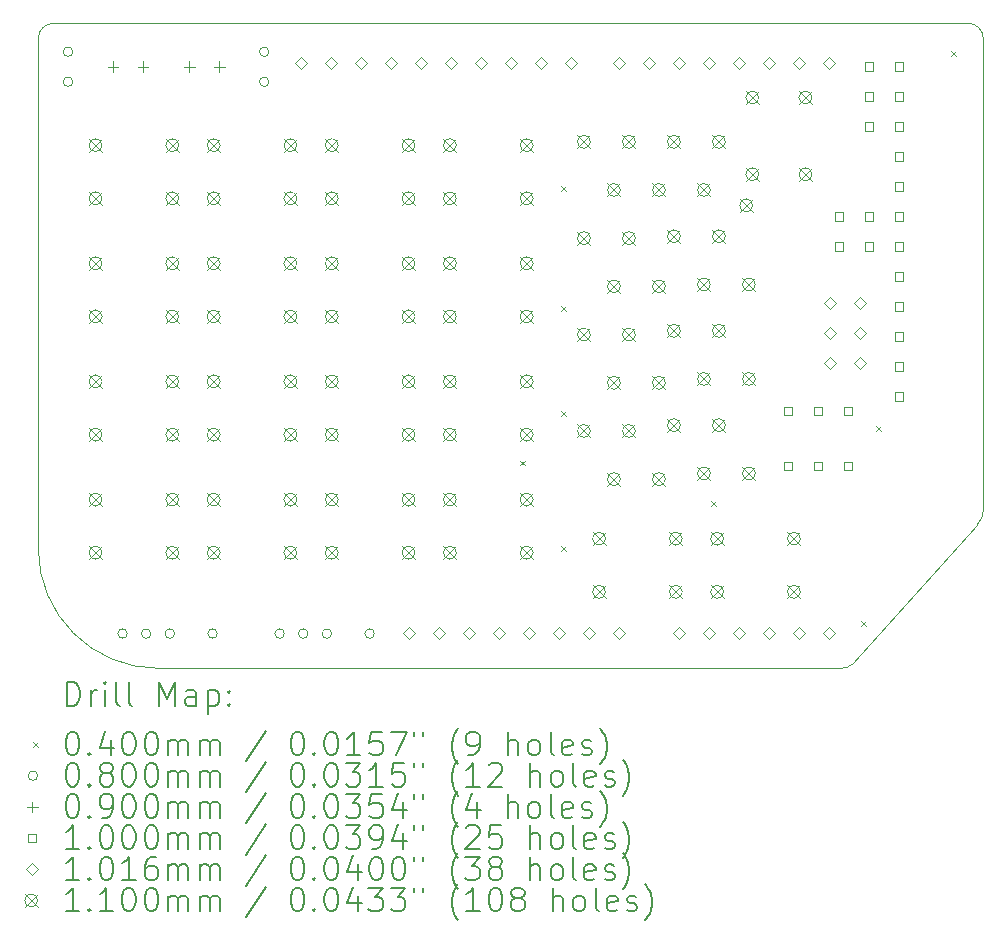
<source format=gbr>
%TF.GenerationSoftware,KiCad,Pcbnew,7.0.2-0*%
%TF.CreationDate,2023-05-27T13:50:35-05:00*%
%TF.ProjectId,CowPi-Shield,436f7750-692d-4536-9869-656c642e6b69,mk3b*%
%TF.SameCoordinates,Original*%
%TF.FileFunction,Drillmap*%
%TF.FilePolarity,Positive*%
%FSLAX45Y45*%
G04 Gerber Fmt 4.5, Leading zero omitted, Abs format (unit mm)*
G04 Created by KiCad (PCBNEW 7.0.2-0) date 2023-05-27 13:50:35*
%MOMM*%
%LPD*%
G01*
G04 APERTURE LIST*
%ADD10C,0.100000*%
%ADD11C,0.200000*%
%ADD12C,0.040000*%
%ADD13C,0.080000*%
%ADD14C,0.090000*%
%ADD15C,0.101600*%
%ADD16C,0.110000*%
G04 APERTURE END LIST*
D10*
X9779000Y-7874000D02*
G75*
G03*
X9652000Y-8001000I0J-127000D01*
G01*
X17602000Y-12118000D02*
X16544803Y-13297803D01*
X9652000Y-12319000D02*
X9652000Y-8001000D01*
X17653000Y-8001000D02*
X17654605Y-11991000D01*
X16455000Y-13335000D02*
X10668000Y-13335000D01*
X9652000Y-12319000D02*
G75*
G03*
X10668000Y-13335000I1016000J0D01*
G01*
X17653000Y-8001000D02*
G75*
G03*
X17526000Y-7874000I-127000J0D01*
G01*
X9779000Y-7874000D02*
X17526000Y-7874000D01*
X16455000Y-13335000D02*
G75*
G03*
X16544803Y-13297803I0J127000D01*
G01*
X17602000Y-12118000D02*
G75*
G03*
X17654605Y-11991000I-127000J127000D01*
G01*
D11*
D12*
X13729654Y-11576263D02*
X13769654Y-11616263D01*
X13769654Y-11576263D02*
X13729654Y-11616263D01*
X14077000Y-9251000D02*
X14117000Y-9291000D01*
X14117000Y-9251000D02*
X14077000Y-9291000D01*
X14077000Y-10267000D02*
X14117000Y-10307000D01*
X14117000Y-10267000D02*
X14077000Y-10307000D01*
X14077000Y-11156000D02*
X14117000Y-11196000D01*
X14117000Y-11156000D02*
X14077000Y-11196000D01*
X14077000Y-12299000D02*
X14117000Y-12339000D01*
X14117000Y-12299000D02*
X14077000Y-12339000D01*
X15347000Y-11918000D02*
X15387000Y-11958000D01*
X15387000Y-11918000D02*
X15347000Y-11958000D01*
X16617000Y-12934000D02*
X16657000Y-12974000D01*
X16657000Y-12934000D02*
X16617000Y-12974000D01*
X16744000Y-11283000D02*
X16784000Y-11323000D01*
X16784000Y-11283000D02*
X16744000Y-11323000D01*
X17379000Y-8108000D02*
X17419000Y-8148000D01*
X17419000Y-8108000D02*
X17379000Y-8148000D01*
D13*
X9944000Y-8115000D02*
G75*
G03*
X9944000Y-8115000I-40000J0D01*
G01*
X9944000Y-8369000D02*
G75*
G03*
X9944000Y-8369000I-40000J0D01*
G01*
X10405645Y-13041000D02*
G75*
G03*
X10405645Y-13041000I-40000J0D01*
G01*
X10605645Y-13041000D02*
G75*
G03*
X10605645Y-13041000I-40000J0D01*
G01*
X10805645Y-13041000D02*
G75*
G03*
X10805645Y-13041000I-40000J0D01*
G01*
X11167645Y-13041000D02*
G75*
G03*
X11167645Y-13041000I-40000J0D01*
G01*
X11605000Y-8115000D02*
G75*
G03*
X11605000Y-8115000I-40000J0D01*
G01*
X11605000Y-8369000D02*
G75*
G03*
X11605000Y-8369000I-40000J0D01*
G01*
X11735687Y-13041000D02*
G75*
G03*
X11735687Y-13041000I-40000J0D01*
G01*
X11935687Y-13041000D02*
G75*
G03*
X11935687Y-13041000I-40000J0D01*
G01*
X12135687Y-13041000D02*
G75*
G03*
X12135687Y-13041000I-40000J0D01*
G01*
X12497687Y-13041000D02*
G75*
G03*
X12497687Y-13041000I-40000J0D01*
G01*
D14*
X10285000Y-8197000D02*
X10285000Y-8287000D01*
X10240000Y-8242000D02*
X10330000Y-8242000D01*
X10539000Y-8197000D02*
X10539000Y-8287000D01*
X10494000Y-8242000D02*
X10584000Y-8242000D01*
X10930000Y-8197000D02*
X10930000Y-8287000D01*
X10885000Y-8242000D02*
X10975000Y-8242000D01*
X11184000Y-8197000D02*
X11184000Y-8287000D01*
X11139000Y-8242000D02*
X11229000Y-8242000D01*
D10*
X16035356Y-11191356D02*
X16035356Y-11120644D01*
X15964644Y-11120644D01*
X15964644Y-11191356D01*
X16035356Y-11191356D01*
X16035356Y-11656356D02*
X16035356Y-11585644D01*
X15964644Y-11585644D01*
X15964644Y-11656356D01*
X16035356Y-11656356D01*
X16289356Y-11191356D02*
X16289356Y-11120644D01*
X16218644Y-11120644D01*
X16218644Y-11191356D01*
X16289356Y-11191356D01*
X16289356Y-11656356D02*
X16289356Y-11585644D01*
X16218644Y-11585644D01*
X16218644Y-11656356D01*
X16289356Y-11656356D01*
X16467856Y-9545356D02*
X16467856Y-9474644D01*
X16397144Y-9474644D01*
X16397144Y-9545356D01*
X16467856Y-9545356D01*
X16467856Y-9799356D02*
X16467856Y-9728644D01*
X16397144Y-9728644D01*
X16397144Y-9799356D01*
X16467856Y-9799356D01*
X16543356Y-11191356D02*
X16543356Y-11120644D01*
X16472644Y-11120644D01*
X16472644Y-11191356D01*
X16543356Y-11191356D01*
X16543356Y-11656356D02*
X16543356Y-11585644D01*
X16472644Y-11585644D01*
X16472644Y-11656356D01*
X16543356Y-11656356D01*
X16721856Y-9545356D02*
X16721856Y-9474644D01*
X16651144Y-9474644D01*
X16651144Y-9545356D01*
X16721856Y-9545356D01*
X16721856Y-9799356D02*
X16721856Y-9728644D01*
X16651144Y-9728644D01*
X16651144Y-9799356D01*
X16721856Y-9799356D01*
X16723856Y-8275356D02*
X16723856Y-8204644D01*
X16653144Y-8204644D01*
X16653144Y-8275356D01*
X16723856Y-8275356D01*
X16723856Y-8529356D02*
X16723856Y-8458644D01*
X16653144Y-8458644D01*
X16653144Y-8529356D01*
X16723856Y-8529356D01*
X16723856Y-8783356D02*
X16723856Y-8712644D01*
X16653144Y-8712644D01*
X16653144Y-8783356D01*
X16723856Y-8783356D01*
X16975856Y-9037356D02*
X16975856Y-8966644D01*
X16905144Y-8966644D01*
X16905144Y-9037356D01*
X16975856Y-9037356D01*
X16975856Y-9291356D02*
X16975856Y-9220644D01*
X16905144Y-9220644D01*
X16905144Y-9291356D01*
X16975856Y-9291356D01*
X16975856Y-9545356D02*
X16975856Y-9474644D01*
X16905144Y-9474644D01*
X16905144Y-9545356D01*
X16975856Y-9545356D01*
X16975856Y-9799356D02*
X16975856Y-9728644D01*
X16905144Y-9728644D01*
X16905144Y-9799356D01*
X16975856Y-9799356D01*
X16975856Y-10053356D02*
X16975856Y-9982644D01*
X16905144Y-9982644D01*
X16905144Y-10053356D01*
X16975856Y-10053356D01*
X16975856Y-10307356D02*
X16975856Y-10236644D01*
X16905144Y-10236644D01*
X16905144Y-10307356D01*
X16975856Y-10307356D01*
X16975856Y-10561356D02*
X16975856Y-10490644D01*
X16905144Y-10490644D01*
X16905144Y-10561356D01*
X16975856Y-10561356D01*
X16975856Y-10815356D02*
X16975856Y-10744644D01*
X16905144Y-10744644D01*
X16905144Y-10815356D01*
X16975856Y-10815356D01*
X16975856Y-11069356D02*
X16975856Y-10998644D01*
X16905144Y-10998644D01*
X16905144Y-11069356D01*
X16975856Y-11069356D01*
X16977856Y-8275356D02*
X16977856Y-8204644D01*
X16907144Y-8204644D01*
X16907144Y-8275356D01*
X16977856Y-8275356D01*
X16977856Y-8529356D02*
X16977856Y-8458644D01*
X16907144Y-8458644D01*
X16907144Y-8529356D01*
X16977856Y-8529356D01*
X16977856Y-8783356D02*
X16977856Y-8712644D01*
X16907144Y-8712644D01*
X16907144Y-8783356D01*
X16977856Y-8783356D01*
D15*
X11874000Y-8263224D02*
X11924800Y-8212424D01*
X11874000Y-8161624D01*
X11823200Y-8212424D01*
X11874000Y-8263224D01*
X12128000Y-8263224D02*
X12178800Y-8212424D01*
X12128000Y-8161624D01*
X12077200Y-8212424D01*
X12128000Y-8263224D01*
X12382000Y-8263224D02*
X12432800Y-8212424D01*
X12382000Y-8161624D01*
X12331200Y-8212424D01*
X12382000Y-8263224D01*
X12636000Y-8263224D02*
X12686800Y-8212424D01*
X12636000Y-8161624D01*
X12585200Y-8212424D01*
X12636000Y-8263224D01*
X12788400Y-13089224D02*
X12839200Y-13038424D01*
X12788400Y-12987624D01*
X12737600Y-13038424D01*
X12788400Y-13089224D01*
X12890000Y-8263224D02*
X12940800Y-8212424D01*
X12890000Y-8161624D01*
X12839200Y-8212424D01*
X12890000Y-8263224D01*
X13042400Y-13089224D02*
X13093200Y-13038424D01*
X13042400Y-12987624D01*
X12991600Y-13038424D01*
X13042400Y-13089224D01*
X13144000Y-8263224D02*
X13194800Y-8212424D01*
X13144000Y-8161624D01*
X13093200Y-8212424D01*
X13144000Y-8263224D01*
X13296400Y-13089224D02*
X13347200Y-13038424D01*
X13296400Y-12987624D01*
X13245600Y-13038424D01*
X13296400Y-13089224D01*
X13398000Y-8263224D02*
X13448800Y-8212424D01*
X13398000Y-8161624D01*
X13347200Y-8212424D01*
X13398000Y-8263224D01*
X13550400Y-13089224D02*
X13601200Y-13038424D01*
X13550400Y-12987624D01*
X13499600Y-13038424D01*
X13550400Y-13089224D01*
X13652000Y-8263224D02*
X13702800Y-8212424D01*
X13652000Y-8161624D01*
X13601200Y-8212424D01*
X13652000Y-8263224D01*
X13804400Y-13089224D02*
X13855200Y-13038424D01*
X13804400Y-12987624D01*
X13753600Y-13038424D01*
X13804400Y-13089224D01*
X13906000Y-8263224D02*
X13956800Y-8212424D01*
X13906000Y-8161624D01*
X13855200Y-8212424D01*
X13906000Y-8263224D01*
X14058400Y-13089224D02*
X14109200Y-13038424D01*
X14058400Y-12987624D01*
X14007600Y-13038424D01*
X14058400Y-13089224D01*
X14160000Y-8263224D02*
X14210800Y-8212424D01*
X14160000Y-8161624D01*
X14109200Y-8212424D01*
X14160000Y-8263224D01*
X14312400Y-13089224D02*
X14363200Y-13038424D01*
X14312400Y-12987624D01*
X14261600Y-13038424D01*
X14312400Y-13089224D01*
X14566400Y-8263224D02*
X14617200Y-8212424D01*
X14566400Y-8161624D01*
X14515600Y-8212424D01*
X14566400Y-8263224D01*
X14566400Y-13089224D02*
X14617200Y-13038424D01*
X14566400Y-12987624D01*
X14515600Y-13038424D01*
X14566400Y-13089224D01*
X14820400Y-8263224D02*
X14871200Y-8212424D01*
X14820400Y-8161624D01*
X14769600Y-8212424D01*
X14820400Y-8263224D01*
X15074400Y-8263224D02*
X15125200Y-8212424D01*
X15074400Y-8161624D01*
X15023600Y-8212424D01*
X15074400Y-8263224D01*
X15074400Y-13089224D02*
X15125200Y-13038424D01*
X15074400Y-12987624D01*
X15023600Y-13038424D01*
X15074400Y-13089224D01*
X15328400Y-8263224D02*
X15379200Y-8212424D01*
X15328400Y-8161624D01*
X15277600Y-8212424D01*
X15328400Y-8263224D01*
X15328400Y-13089224D02*
X15379200Y-13038424D01*
X15328400Y-12987624D01*
X15277600Y-13038424D01*
X15328400Y-13089224D01*
X15582400Y-8263224D02*
X15633200Y-8212424D01*
X15582400Y-8161624D01*
X15531600Y-8212424D01*
X15582400Y-8263224D01*
X15582400Y-13089224D02*
X15633200Y-13038424D01*
X15582400Y-12987624D01*
X15531600Y-13038424D01*
X15582400Y-13089224D01*
X15836400Y-8263224D02*
X15887200Y-8212424D01*
X15836400Y-8161624D01*
X15785600Y-8212424D01*
X15836400Y-8263224D01*
X15836400Y-13089224D02*
X15887200Y-13038424D01*
X15836400Y-12987624D01*
X15785600Y-13038424D01*
X15836400Y-13089224D01*
X16090400Y-8263224D02*
X16141200Y-8212424D01*
X16090400Y-8161624D01*
X16039600Y-8212424D01*
X16090400Y-8263224D01*
X16090400Y-13089224D02*
X16141200Y-13038424D01*
X16090400Y-12987624D01*
X16039600Y-13038424D01*
X16090400Y-13089224D01*
X16344400Y-8263224D02*
X16395200Y-8212424D01*
X16344400Y-8161624D01*
X16293600Y-8212424D01*
X16344400Y-8263224D01*
X16344400Y-13089224D02*
X16395200Y-13038424D01*
X16344400Y-12987624D01*
X16293600Y-13038424D01*
X16344400Y-13089224D01*
X16357100Y-10295224D02*
X16407900Y-10244424D01*
X16357100Y-10193624D01*
X16306300Y-10244424D01*
X16357100Y-10295224D01*
X16357100Y-10549224D02*
X16407900Y-10498424D01*
X16357100Y-10447624D01*
X16306300Y-10498424D01*
X16357100Y-10549224D01*
X16357100Y-10803224D02*
X16407900Y-10752424D01*
X16357100Y-10701624D01*
X16306300Y-10752424D01*
X16357100Y-10803224D01*
X16611100Y-10295224D02*
X16661900Y-10244424D01*
X16611100Y-10193624D01*
X16560300Y-10244424D01*
X16611100Y-10295224D01*
X16611100Y-10549224D02*
X16661900Y-10498424D01*
X16611100Y-10447624D01*
X16560300Y-10498424D01*
X16611100Y-10549224D01*
X16611100Y-10803224D02*
X16661900Y-10752424D01*
X16611100Y-10701624D01*
X16560300Y-10752424D01*
X16611100Y-10803224D01*
D16*
X10082000Y-8851000D02*
X10192000Y-8961000D01*
X10192000Y-8851000D02*
X10082000Y-8961000D01*
X10192000Y-8906000D02*
G75*
G03*
X10192000Y-8906000I-55000J0D01*
G01*
X10082000Y-9301000D02*
X10192000Y-9411000D01*
X10192000Y-9301000D02*
X10082000Y-9411000D01*
X10192000Y-9356000D02*
G75*
G03*
X10192000Y-9356000I-55000J0D01*
G01*
X10082000Y-9851000D02*
X10192000Y-9961000D01*
X10192000Y-9851000D02*
X10082000Y-9961000D01*
X10192000Y-9906000D02*
G75*
G03*
X10192000Y-9906000I-55000J0D01*
G01*
X10082000Y-10301000D02*
X10192000Y-10411000D01*
X10192000Y-10301000D02*
X10082000Y-10411000D01*
X10192000Y-10356000D02*
G75*
G03*
X10192000Y-10356000I-55000J0D01*
G01*
X10082000Y-10851000D02*
X10192000Y-10961000D01*
X10192000Y-10851000D02*
X10082000Y-10961000D01*
X10192000Y-10906000D02*
G75*
G03*
X10192000Y-10906000I-55000J0D01*
G01*
X10082000Y-11301000D02*
X10192000Y-11411000D01*
X10192000Y-11301000D02*
X10082000Y-11411000D01*
X10192000Y-11356000D02*
G75*
G03*
X10192000Y-11356000I-55000J0D01*
G01*
X10082000Y-11851000D02*
X10192000Y-11961000D01*
X10192000Y-11851000D02*
X10082000Y-11961000D01*
X10192000Y-11906000D02*
G75*
G03*
X10192000Y-11906000I-55000J0D01*
G01*
X10082000Y-12301000D02*
X10192000Y-12411000D01*
X10192000Y-12301000D02*
X10082000Y-12411000D01*
X10192000Y-12356000D02*
G75*
G03*
X10192000Y-12356000I-55000J0D01*
G01*
X10732000Y-8851000D02*
X10842000Y-8961000D01*
X10842000Y-8851000D02*
X10732000Y-8961000D01*
X10842000Y-8906000D02*
G75*
G03*
X10842000Y-8906000I-55000J0D01*
G01*
X10732000Y-9301000D02*
X10842000Y-9411000D01*
X10842000Y-9301000D02*
X10732000Y-9411000D01*
X10842000Y-9356000D02*
G75*
G03*
X10842000Y-9356000I-55000J0D01*
G01*
X10732000Y-9851000D02*
X10842000Y-9961000D01*
X10842000Y-9851000D02*
X10732000Y-9961000D01*
X10842000Y-9906000D02*
G75*
G03*
X10842000Y-9906000I-55000J0D01*
G01*
X10732000Y-10301000D02*
X10842000Y-10411000D01*
X10842000Y-10301000D02*
X10732000Y-10411000D01*
X10842000Y-10356000D02*
G75*
G03*
X10842000Y-10356000I-55000J0D01*
G01*
X10732000Y-10851000D02*
X10842000Y-10961000D01*
X10842000Y-10851000D02*
X10732000Y-10961000D01*
X10842000Y-10906000D02*
G75*
G03*
X10842000Y-10906000I-55000J0D01*
G01*
X10732000Y-11301000D02*
X10842000Y-11411000D01*
X10842000Y-11301000D02*
X10732000Y-11411000D01*
X10842000Y-11356000D02*
G75*
G03*
X10842000Y-11356000I-55000J0D01*
G01*
X10732000Y-11851000D02*
X10842000Y-11961000D01*
X10842000Y-11851000D02*
X10732000Y-11961000D01*
X10842000Y-11906000D02*
G75*
G03*
X10842000Y-11906000I-55000J0D01*
G01*
X10732000Y-12301000D02*
X10842000Y-12411000D01*
X10842000Y-12301000D02*
X10732000Y-12411000D01*
X10842000Y-12356000D02*
G75*
G03*
X10842000Y-12356000I-55000J0D01*
G01*
X11082000Y-8851000D02*
X11192000Y-8961000D01*
X11192000Y-8851000D02*
X11082000Y-8961000D01*
X11192000Y-8906000D02*
G75*
G03*
X11192000Y-8906000I-55000J0D01*
G01*
X11082000Y-9301000D02*
X11192000Y-9411000D01*
X11192000Y-9301000D02*
X11082000Y-9411000D01*
X11192000Y-9356000D02*
G75*
G03*
X11192000Y-9356000I-55000J0D01*
G01*
X11082000Y-9851000D02*
X11192000Y-9961000D01*
X11192000Y-9851000D02*
X11082000Y-9961000D01*
X11192000Y-9906000D02*
G75*
G03*
X11192000Y-9906000I-55000J0D01*
G01*
X11082000Y-10301000D02*
X11192000Y-10411000D01*
X11192000Y-10301000D02*
X11082000Y-10411000D01*
X11192000Y-10356000D02*
G75*
G03*
X11192000Y-10356000I-55000J0D01*
G01*
X11082000Y-10851000D02*
X11192000Y-10961000D01*
X11192000Y-10851000D02*
X11082000Y-10961000D01*
X11192000Y-10906000D02*
G75*
G03*
X11192000Y-10906000I-55000J0D01*
G01*
X11082000Y-11301000D02*
X11192000Y-11411000D01*
X11192000Y-11301000D02*
X11082000Y-11411000D01*
X11192000Y-11356000D02*
G75*
G03*
X11192000Y-11356000I-55000J0D01*
G01*
X11082000Y-11851000D02*
X11192000Y-11961000D01*
X11192000Y-11851000D02*
X11082000Y-11961000D01*
X11192000Y-11906000D02*
G75*
G03*
X11192000Y-11906000I-55000J0D01*
G01*
X11082000Y-12301000D02*
X11192000Y-12411000D01*
X11192000Y-12301000D02*
X11082000Y-12411000D01*
X11192000Y-12356000D02*
G75*
G03*
X11192000Y-12356000I-55000J0D01*
G01*
X11732000Y-8851000D02*
X11842000Y-8961000D01*
X11842000Y-8851000D02*
X11732000Y-8961000D01*
X11842000Y-8906000D02*
G75*
G03*
X11842000Y-8906000I-55000J0D01*
G01*
X11732000Y-9301000D02*
X11842000Y-9411000D01*
X11842000Y-9301000D02*
X11732000Y-9411000D01*
X11842000Y-9356000D02*
G75*
G03*
X11842000Y-9356000I-55000J0D01*
G01*
X11732000Y-9851000D02*
X11842000Y-9961000D01*
X11842000Y-9851000D02*
X11732000Y-9961000D01*
X11842000Y-9906000D02*
G75*
G03*
X11842000Y-9906000I-55000J0D01*
G01*
X11732000Y-10301000D02*
X11842000Y-10411000D01*
X11842000Y-10301000D02*
X11732000Y-10411000D01*
X11842000Y-10356000D02*
G75*
G03*
X11842000Y-10356000I-55000J0D01*
G01*
X11732000Y-10851000D02*
X11842000Y-10961000D01*
X11842000Y-10851000D02*
X11732000Y-10961000D01*
X11842000Y-10906000D02*
G75*
G03*
X11842000Y-10906000I-55000J0D01*
G01*
X11732000Y-11301000D02*
X11842000Y-11411000D01*
X11842000Y-11301000D02*
X11732000Y-11411000D01*
X11842000Y-11356000D02*
G75*
G03*
X11842000Y-11356000I-55000J0D01*
G01*
X11732000Y-11851000D02*
X11842000Y-11961000D01*
X11842000Y-11851000D02*
X11732000Y-11961000D01*
X11842000Y-11906000D02*
G75*
G03*
X11842000Y-11906000I-55000J0D01*
G01*
X11732000Y-12301000D02*
X11842000Y-12411000D01*
X11842000Y-12301000D02*
X11732000Y-12411000D01*
X11842000Y-12356000D02*
G75*
G03*
X11842000Y-12356000I-55000J0D01*
G01*
X12082000Y-8851000D02*
X12192000Y-8961000D01*
X12192000Y-8851000D02*
X12082000Y-8961000D01*
X12192000Y-8906000D02*
G75*
G03*
X12192000Y-8906000I-55000J0D01*
G01*
X12082000Y-9301000D02*
X12192000Y-9411000D01*
X12192000Y-9301000D02*
X12082000Y-9411000D01*
X12192000Y-9356000D02*
G75*
G03*
X12192000Y-9356000I-55000J0D01*
G01*
X12082000Y-9851000D02*
X12192000Y-9961000D01*
X12192000Y-9851000D02*
X12082000Y-9961000D01*
X12192000Y-9906000D02*
G75*
G03*
X12192000Y-9906000I-55000J0D01*
G01*
X12082000Y-10301000D02*
X12192000Y-10411000D01*
X12192000Y-10301000D02*
X12082000Y-10411000D01*
X12192000Y-10356000D02*
G75*
G03*
X12192000Y-10356000I-55000J0D01*
G01*
X12082000Y-10851000D02*
X12192000Y-10961000D01*
X12192000Y-10851000D02*
X12082000Y-10961000D01*
X12192000Y-10906000D02*
G75*
G03*
X12192000Y-10906000I-55000J0D01*
G01*
X12082000Y-11301000D02*
X12192000Y-11411000D01*
X12192000Y-11301000D02*
X12082000Y-11411000D01*
X12192000Y-11356000D02*
G75*
G03*
X12192000Y-11356000I-55000J0D01*
G01*
X12082000Y-11851000D02*
X12192000Y-11961000D01*
X12192000Y-11851000D02*
X12082000Y-11961000D01*
X12192000Y-11906000D02*
G75*
G03*
X12192000Y-11906000I-55000J0D01*
G01*
X12082000Y-12301000D02*
X12192000Y-12411000D01*
X12192000Y-12301000D02*
X12082000Y-12411000D01*
X12192000Y-12356000D02*
G75*
G03*
X12192000Y-12356000I-55000J0D01*
G01*
X12732000Y-8851000D02*
X12842000Y-8961000D01*
X12842000Y-8851000D02*
X12732000Y-8961000D01*
X12842000Y-8906000D02*
G75*
G03*
X12842000Y-8906000I-55000J0D01*
G01*
X12732000Y-9301000D02*
X12842000Y-9411000D01*
X12842000Y-9301000D02*
X12732000Y-9411000D01*
X12842000Y-9356000D02*
G75*
G03*
X12842000Y-9356000I-55000J0D01*
G01*
X12732000Y-9851000D02*
X12842000Y-9961000D01*
X12842000Y-9851000D02*
X12732000Y-9961000D01*
X12842000Y-9906000D02*
G75*
G03*
X12842000Y-9906000I-55000J0D01*
G01*
X12732000Y-10301000D02*
X12842000Y-10411000D01*
X12842000Y-10301000D02*
X12732000Y-10411000D01*
X12842000Y-10356000D02*
G75*
G03*
X12842000Y-10356000I-55000J0D01*
G01*
X12732000Y-10851000D02*
X12842000Y-10961000D01*
X12842000Y-10851000D02*
X12732000Y-10961000D01*
X12842000Y-10906000D02*
G75*
G03*
X12842000Y-10906000I-55000J0D01*
G01*
X12732000Y-11301000D02*
X12842000Y-11411000D01*
X12842000Y-11301000D02*
X12732000Y-11411000D01*
X12842000Y-11356000D02*
G75*
G03*
X12842000Y-11356000I-55000J0D01*
G01*
X12732000Y-11851000D02*
X12842000Y-11961000D01*
X12842000Y-11851000D02*
X12732000Y-11961000D01*
X12842000Y-11906000D02*
G75*
G03*
X12842000Y-11906000I-55000J0D01*
G01*
X12732000Y-12301000D02*
X12842000Y-12411000D01*
X12842000Y-12301000D02*
X12732000Y-12411000D01*
X12842000Y-12356000D02*
G75*
G03*
X12842000Y-12356000I-55000J0D01*
G01*
X13082000Y-8851000D02*
X13192000Y-8961000D01*
X13192000Y-8851000D02*
X13082000Y-8961000D01*
X13192000Y-8906000D02*
G75*
G03*
X13192000Y-8906000I-55000J0D01*
G01*
X13082000Y-9301000D02*
X13192000Y-9411000D01*
X13192000Y-9301000D02*
X13082000Y-9411000D01*
X13192000Y-9356000D02*
G75*
G03*
X13192000Y-9356000I-55000J0D01*
G01*
X13082000Y-9851000D02*
X13192000Y-9961000D01*
X13192000Y-9851000D02*
X13082000Y-9961000D01*
X13192000Y-9906000D02*
G75*
G03*
X13192000Y-9906000I-55000J0D01*
G01*
X13082000Y-10301000D02*
X13192000Y-10411000D01*
X13192000Y-10301000D02*
X13082000Y-10411000D01*
X13192000Y-10356000D02*
G75*
G03*
X13192000Y-10356000I-55000J0D01*
G01*
X13082000Y-10851000D02*
X13192000Y-10961000D01*
X13192000Y-10851000D02*
X13082000Y-10961000D01*
X13192000Y-10906000D02*
G75*
G03*
X13192000Y-10906000I-55000J0D01*
G01*
X13082000Y-11301000D02*
X13192000Y-11411000D01*
X13192000Y-11301000D02*
X13082000Y-11411000D01*
X13192000Y-11356000D02*
G75*
G03*
X13192000Y-11356000I-55000J0D01*
G01*
X13082000Y-11851000D02*
X13192000Y-11961000D01*
X13192000Y-11851000D02*
X13082000Y-11961000D01*
X13192000Y-11906000D02*
G75*
G03*
X13192000Y-11906000I-55000J0D01*
G01*
X13082000Y-12301000D02*
X13192000Y-12411000D01*
X13192000Y-12301000D02*
X13082000Y-12411000D01*
X13192000Y-12356000D02*
G75*
G03*
X13192000Y-12356000I-55000J0D01*
G01*
X13732000Y-8851000D02*
X13842000Y-8961000D01*
X13842000Y-8851000D02*
X13732000Y-8961000D01*
X13842000Y-8906000D02*
G75*
G03*
X13842000Y-8906000I-55000J0D01*
G01*
X13732000Y-9301000D02*
X13842000Y-9411000D01*
X13842000Y-9301000D02*
X13732000Y-9411000D01*
X13842000Y-9356000D02*
G75*
G03*
X13842000Y-9356000I-55000J0D01*
G01*
X13732000Y-9851000D02*
X13842000Y-9961000D01*
X13842000Y-9851000D02*
X13732000Y-9961000D01*
X13842000Y-9906000D02*
G75*
G03*
X13842000Y-9906000I-55000J0D01*
G01*
X13732000Y-10301000D02*
X13842000Y-10411000D01*
X13842000Y-10301000D02*
X13732000Y-10411000D01*
X13842000Y-10356000D02*
G75*
G03*
X13842000Y-10356000I-55000J0D01*
G01*
X13732000Y-10851000D02*
X13842000Y-10961000D01*
X13842000Y-10851000D02*
X13732000Y-10961000D01*
X13842000Y-10906000D02*
G75*
G03*
X13842000Y-10906000I-55000J0D01*
G01*
X13732000Y-11301000D02*
X13842000Y-11411000D01*
X13842000Y-11301000D02*
X13732000Y-11411000D01*
X13842000Y-11356000D02*
G75*
G03*
X13842000Y-11356000I-55000J0D01*
G01*
X13732000Y-11851000D02*
X13842000Y-11961000D01*
X13842000Y-11851000D02*
X13732000Y-11961000D01*
X13842000Y-11906000D02*
G75*
G03*
X13842000Y-11906000I-55000J0D01*
G01*
X13732000Y-12301000D02*
X13842000Y-12411000D01*
X13842000Y-12301000D02*
X13732000Y-12411000D01*
X13842000Y-12356000D02*
G75*
G03*
X13842000Y-12356000I-55000J0D01*
G01*
X14217000Y-8822000D02*
X14327000Y-8932000D01*
X14327000Y-8822000D02*
X14217000Y-8932000D01*
X14327000Y-8877000D02*
G75*
G03*
X14327000Y-8877000I-55000J0D01*
G01*
X14217000Y-9638000D02*
X14327000Y-9748000D01*
X14327000Y-9638000D02*
X14217000Y-9748000D01*
X14327000Y-9693000D02*
G75*
G03*
X14327000Y-9693000I-55000J0D01*
G01*
X14217000Y-10454000D02*
X14327000Y-10564000D01*
X14327000Y-10454000D02*
X14217000Y-10564000D01*
X14327000Y-10509000D02*
G75*
G03*
X14327000Y-10509000I-55000J0D01*
G01*
X14217000Y-11270000D02*
X14327000Y-11380000D01*
X14327000Y-11270000D02*
X14217000Y-11380000D01*
X14327000Y-11325000D02*
G75*
G03*
X14327000Y-11325000I-55000J0D01*
G01*
X14345000Y-12182000D02*
X14455000Y-12292000D01*
X14455000Y-12182000D02*
X14345000Y-12292000D01*
X14455000Y-12237000D02*
G75*
G03*
X14455000Y-12237000I-55000J0D01*
G01*
X14345000Y-12632000D02*
X14455000Y-12742000D01*
X14455000Y-12632000D02*
X14345000Y-12742000D01*
X14455000Y-12687000D02*
G75*
G03*
X14455000Y-12687000I-55000J0D01*
G01*
X14471000Y-9230000D02*
X14581000Y-9340000D01*
X14581000Y-9230000D02*
X14471000Y-9340000D01*
X14581000Y-9285000D02*
G75*
G03*
X14581000Y-9285000I-55000J0D01*
G01*
X14471000Y-10046000D02*
X14581000Y-10156000D01*
X14581000Y-10046000D02*
X14471000Y-10156000D01*
X14581000Y-10101000D02*
G75*
G03*
X14581000Y-10101000I-55000J0D01*
G01*
X14471000Y-10862000D02*
X14581000Y-10972000D01*
X14581000Y-10862000D02*
X14471000Y-10972000D01*
X14581000Y-10917000D02*
G75*
G03*
X14581000Y-10917000I-55000J0D01*
G01*
X14471000Y-11678000D02*
X14581000Y-11788000D01*
X14581000Y-11678000D02*
X14471000Y-11788000D01*
X14581000Y-11733000D02*
G75*
G03*
X14581000Y-11733000I-55000J0D01*
G01*
X14598000Y-8822000D02*
X14708000Y-8932000D01*
X14708000Y-8822000D02*
X14598000Y-8932000D01*
X14708000Y-8877000D02*
G75*
G03*
X14708000Y-8877000I-55000J0D01*
G01*
X14598000Y-9638000D02*
X14708000Y-9748000D01*
X14708000Y-9638000D02*
X14598000Y-9748000D01*
X14708000Y-9693000D02*
G75*
G03*
X14708000Y-9693000I-55000J0D01*
G01*
X14598000Y-10454000D02*
X14708000Y-10564000D01*
X14708000Y-10454000D02*
X14598000Y-10564000D01*
X14708000Y-10509000D02*
G75*
G03*
X14708000Y-10509000I-55000J0D01*
G01*
X14598000Y-11270000D02*
X14708000Y-11380000D01*
X14708000Y-11270000D02*
X14598000Y-11380000D01*
X14708000Y-11325000D02*
G75*
G03*
X14708000Y-11325000I-55000J0D01*
G01*
X14852000Y-9230000D02*
X14962000Y-9340000D01*
X14962000Y-9230000D02*
X14852000Y-9340000D01*
X14962000Y-9285000D02*
G75*
G03*
X14962000Y-9285000I-55000J0D01*
G01*
X14852000Y-10046000D02*
X14962000Y-10156000D01*
X14962000Y-10046000D02*
X14852000Y-10156000D01*
X14962000Y-10101000D02*
G75*
G03*
X14962000Y-10101000I-55000J0D01*
G01*
X14852000Y-10862000D02*
X14962000Y-10972000D01*
X14962000Y-10862000D02*
X14852000Y-10972000D01*
X14962000Y-10917000D02*
G75*
G03*
X14962000Y-10917000I-55000J0D01*
G01*
X14852000Y-11678000D02*
X14962000Y-11788000D01*
X14962000Y-11678000D02*
X14852000Y-11788000D01*
X14962000Y-11733000D02*
G75*
G03*
X14962000Y-11733000I-55000J0D01*
G01*
X14979000Y-8822000D02*
X15089000Y-8932000D01*
X15089000Y-8822000D02*
X14979000Y-8932000D01*
X15089000Y-8877000D02*
G75*
G03*
X15089000Y-8877000I-55000J0D01*
G01*
X14979000Y-9622000D02*
X15089000Y-9732000D01*
X15089000Y-9622000D02*
X14979000Y-9732000D01*
X15089000Y-9677000D02*
G75*
G03*
X15089000Y-9677000I-55000J0D01*
G01*
X14979000Y-10422000D02*
X15089000Y-10532000D01*
X15089000Y-10422000D02*
X14979000Y-10532000D01*
X15089000Y-10477000D02*
G75*
G03*
X15089000Y-10477000I-55000J0D01*
G01*
X14979000Y-11222000D02*
X15089000Y-11332000D01*
X15089000Y-11222000D02*
X14979000Y-11332000D01*
X15089000Y-11277000D02*
G75*
G03*
X15089000Y-11277000I-55000J0D01*
G01*
X14995000Y-12182000D02*
X15105000Y-12292000D01*
X15105000Y-12182000D02*
X14995000Y-12292000D01*
X15105000Y-12237000D02*
G75*
G03*
X15105000Y-12237000I-55000J0D01*
G01*
X14995000Y-12632000D02*
X15105000Y-12742000D01*
X15105000Y-12632000D02*
X14995000Y-12742000D01*
X15105000Y-12687000D02*
G75*
G03*
X15105000Y-12687000I-55000J0D01*
G01*
X15233000Y-9230000D02*
X15343000Y-9340000D01*
X15343000Y-9230000D02*
X15233000Y-9340000D01*
X15343000Y-9285000D02*
G75*
G03*
X15343000Y-9285000I-55000J0D01*
G01*
X15233000Y-10030000D02*
X15343000Y-10140000D01*
X15343000Y-10030000D02*
X15233000Y-10140000D01*
X15343000Y-10085000D02*
G75*
G03*
X15343000Y-10085000I-55000J0D01*
G01*
X15233000Y-10830000D02*
X15343000Y-10940000D01*
X15343000Y-10830000D02*
X15233000Y-10940000D01*
X15343000Y-10885000D02*
G75*
G03*
X15343000Y-10885000I-55000J0D01*
G01*
X15233000Y-11630000D02*
X15343000Y-11740000D01*
X15343000Y-11630000D02*
X15233000Y-11740000D01*
X15343000Y-11685000D02*
G75*
G03*
X15343000Y-11685000I-55000J0D01*
G01*
X15345000Y-12182000D02*
X15455000Y-12292000D01*
X15455000Y-12182000D02*
X15345000Y-12292000D01*
X15455000Y-12237000D02*
G75*
G03*
X15455000Y-12237000I-55000J0D01*
G01*
X15345000Y-12632000D02*
X15455000Y-12742000D01*
X15455000Y-12632000D02*
X15345000Y-12742000D01*
X15455000Y-12687000D02*
G75*
G03*
X15455000Y-12687000I-55000J0D01*
G01*
X15360000Y-8822000D02*
X15470000Y-8932000D01*
X15470000Y-8822000D02*
X15360000Y-8932000D01*
X15470000Y-8877000D02*
G75*
G03*
X15470000Y-8877000I-55000J0D01*
G01*
X15360000Y-9622000D02*
X15470000Y-9732000D01*
X15470000Y-9622000D02*
X15360000Y-9732000D01*
X15470000Y-9677000D02*
G75*
G03*
X15470000Y-9677000I-55000J0D01*
G01*
X15360000Y-10422000D02*
X15470000Y-10532000D01*
X15470000Y-10422000D02*
X15360000Y-10532000D01*
X15470000Y-10477000D02*
G75*
G03*
X15470000Y-10477000I-55000J0D01*
G01*
X15360000Y-11222000D02*
X15470000Y-11332000D01*
X15470000Y-11222000D02*
X15360000Y-11332000D01*
X15470000Y-11277000D02*
G75*
G03*
X15470000Y-11277000I-55000J0D01*
G01*
X15591023Y-9360310D02*
X15701023Y-9470310D01*
X15701023Y-9360310D02*
X15591023Y-9470310D01*
X15701023Y-9415310D02*
G75*
G03*
X15701023Y-9415310I-55000J0D01*
G01*
X15614000Y-10030000D02*
X15724000Y-10140000D01*
X15724000Y-10030000D02*
X15614000Y-10140000D01*
X15724000Y-10085000D02*
G75*
G03*
X15724000Y-10085000I-55000J0D01*
G01*
X15614000Y-10830000D02*
X15724000Y-10940000D01*
X15724000Y-10830000D02*
X15614000Y-10940000D01*
X15724000Y-10885000D02*
G75*
G03*
X15724000Y-10885000I-55000J0D01*
G01*
X15614000Y-11630000D02*
X15724000Y-11740000D01*
X15724000Y-11630000D02*
X15614000Y-11740000D01*
X15724000Y-11685000D02*
G75*
G03*
X15724000Y-11685000I-55000J0D01*
G01*
X15643000Y-8447000D02*
X15753000Y-8557000D01*
X15753000Y-8447000D02*
X15643000Y-8557000D01*
X15753000Y-8502000D02*
G75*
G03*
X15753000Y-8502000I-55000J0D01*
G01*
X15643000Y-9097000D02*
X15753000Y-9207000D01*
X15753000Y-9097000D02*
X15643000Y-9207000D01*
X15753000Y-9152000D02*
G75*
G03*
X15753000Y-9152000I-55000J0D01*
G01*
X15995000Y-12182000D02*
X16105000Y-12292000D01*
X16105000Y-12182000D02*
X15995000Y-12292000D01*
X16105000Y-12237000D02*
G75*
G03*
X16105000Y-12237000I-55000J0D01*
G01*
X15995000Y-12632000D02*
X16105000Y-12742000D01*
X16105000Y-12632000D02*
X15995000Y-12742000D01*
X16105000Y-12687000D02*
G75*
G03*
X16105000Y-12687000I-55000J0D01*
G01*
X16093000Y-8447000D02*
X16203000Y-8557000D01*
X16203000Y-8447000D02*
X16093000Y-8557000D01*
X16203000Y-8502000D02*
G75*
G03*
X16203000Y-8502000I-55000J0D01*
G01*
X16093000Y-9097000D02*
X16203000Y-9207000D01*
X16203000Y-9097000D02*
X16093000Y-9207000D01*
X16203000Y-9152000D02*
G75*
G03*
X16203000Y-9152000I-55000J0D01*
G01*
D11*
X9894619Y-13652524D02*
X9894619Y-13452524D01*
X9894619Y-13452524D02*
X9942238Y-13452524D01*
X9942238Y-13452524D02*
X9970810Y-13462048D01*
X9970810Y-13462048D02*
X9989857Y-13481095D01*
X9989857Y-13481095D02*
X9999381Y-13500143D01*
X9999381Y-13500143D02*
X10008905Y-13538238D01*
X10008905Y-13538238D02*
X10008905Y-13566809D01*
X10008905Y-13566809D02*
X9999381Y-13604905D01*
X9999381Y-13604905D02*
X9989857Y-13623952D01*
X9989857Y-13623952D02*
X9970810Y-13643000D01*
X9970810Y-13643000D02*
X9942238Y-13652524D01*
X9942238Y-13652524D02*
X9894619Y-13652524D01*
X10094619Y-13652524D02*
X10094619Y-13519190D01*
X10094619Y-13557286D02*
X10104143Y-13538238D01*
X10104143Y-13538238D02*
X10113667Y-13528714D01*
X10113667Y-13528714D02*
X10132714Y-13519190D01*
X10132714Y-13519190D02*
X10151762Y-13519190D01*
X10218429Y-13652524D02*
X10218429Y-13519190D01*
X10218429Y-13452524D02*
X10208905Y-13462048D01*
X10208905Y-13462048D02*
X10218429Y-13471571D01*
X10218429Y-13471571D02*
X10227952Y-13462048D01*
X10227952Y-13462048D02*
X10218429Y-13452524D01*
X10218429Y-13452524D02*
X10218429Y-13471571D01*
X10342238Y-13652524D02*
X10323190Y-13643000D01*
X10323190Y-13643000D02*
X10313667Y-13623952D01*
X10313667Y-13623952D02*
X10313667Y-13452524D01*
X10447000Y-13652524D02*
X10427952Y-13643000D01*
X10427952Y-13643000D02*
X10418429Y-13623952D01*
X10418429Y-13623952D02*
X10418429Y-13452524D01*
X10675571Y-13652524D02*
X10675571Y-13452524D01*
X10675571Y-13452524D02*
X10742238Y-13595381D01*
X10742238Y-13595381D02*
X10808905Y-13452524D01*
X10808905Y-13452524D02*
X10808905Y-13652524D01*
X10989857Y-13652524D02*
X10989857Y-13547762D01*
X10989857Y-13547762D02*
X10980333Y-13528714D01*
X10980333Y-13528714D02*
X10961286Y-13519190D01*
X10961286Y-13519190D02*
X10923190Y-13519190D01*
X10923190Y-13519190D02*
X10904143Y-13528714D01*
X10989857Y-13643000D02*
X10970810Y-13652524D01*
X10970810Y-13652524D02*
X10923190Y-13652524D01*
X10923190Y-13652524D02*
X10904143Y-13643000D01*
X10904143Y-13643000D02*
X10894619Y-13623952D01*
X10894619Y-13623952D02*
X10894619Y-13604905D01*
X10894619Y-13604905D02*
X10904143Y-13585857D01*
X10904143Y-13585857D02*
X10923190Y-13576333D01*
X10923190Y-13576333D02*
X10970810Y-13576333D01*
X10970810Y-13576333D02*
X10989857Y-13566809D01*
X11085095Y-13519190D02*
X11085095Y-13719190D01*
X11085095Y-13528714D02*
X11104143Y-13519190D01*
X11104143Y-13519190D02*
X11142238Y-13519190D01*
X11142238Y-13519190D02*
X11161286Y-13528714D01*
X11161286Y-13528714D02*
X11170810Y-13538238D01*
X11170810Y-13538238D02*
X11180333Y-13557286D01*
X11180333Y-13557286D02*
X11180333Y-13614428D01*
X11180333Y-13614428D02*
X11170810Y-13633476D01*
X11170810Y-13633476D02*
X11161286Y-13643000D01*
X11161286Y-13643000D02*
X11142238Y-13652524D01*
X11142238Y-13652524D02*
X11104143Y-13652524D01*
X11104143Y-13652524D02*
X11085095Y-13643000D01*
X11266048Y-13633476D02*
X11275571Y-13643000D01*
X11275571Y-13643000D02*
X11266048Y-13652524D01*
X11266048Y-13652524D02*
X11256524Y-13643000D01*
X11256524Y-13643000D02*
X11266048Y-13633476D01*
X11266048Y-13633476D02*
X11266048Y-13652524D01*
X11266048Y-13528714D02*
X11275571Y-13538238D01*
X11275571Y-13538238D02*
X11266048Y-13547762D01*
X11266048Y-13547762D02*
X11256524Y-13538238D01*
X11256524Y-13538238D02*
X11266048Y-13528714D01*
X11266048Y-13528714D02*
X11266048Y-13547762D01*
D12*
X9607000Y-13960000D02*
X9647000Y-14000000D01*
X9647000Y-13960000D02*
X9607000Y-14000000D01*
D11*
X9932714Y-13872524D02*
X9951762Y-13872524D01*
X9951762Y-13872524D02*
X9970810Y-13882048D01*
X9970810Y-13882048D02*
X9980333Y-13891571D01*
X9980333Y-13891571D02*
X9989857Y-13910619D01*
X9989857Y-13910619D02*
X9999381Y-13948714D01*
X9999381Y-13948714D02*
X9999381Y-13996333D01*
X9999381Y-13996333D02*
X9989857Y-14034428D01*
X9989857Y-14034428D02*
X9980333Y-14053476D01*
X9980333Y-14053476D02*
X9970810Y-14063000D01*
X9970810Y-14063000D02*
X9951762Y-14072524D01*
X9951762Y-14072524D02*
X9932714Y-14072524D01*
X9932714Y-14072524D02*
X9913667Y-14063000D01*
X9913667Y-14063000D02*
X9904143Y-14053476D01*
X9904143Y-14053476D02*
X9894619Y-14034428D01*
X9894619Y-14034428D02*
X9885095Y-13996333D01*
X9885095Y-13996333D02*
X9885095Y-13948714D01*
X9885095Y-13948714D02*
X9894619Y-13910619D01*
X9894619Y-13910619D02*
X9904143Y-13891571D01*
X9904143Y-13891571D02*
X9913667Y-13882048D01*
X9913667Y-13882048D02*
X9932714Y-13872524D01*
X10085095Y-14053476D02*
X10094619Y-14063000D01*
X10094619Y-14063000D02*
X10085095Y-14072524D01*
X10085095Y-14072524D02*
X10075571Y-14063000D01*
X10075571Y-14063000D02*
X10085095Y-14053476D01*
X10085095Y-14053476D02*
X10085095Y-14072524D01*
X10266048Y-13939190D02*
X10266048Y-14072524D01*
X10218429Y-13863000D02*
X10170810Y-14005857D01*
X10170810Y-14005857D02*
X10294619Y-14005857D01*
X10408905Y-13872524D02*
X10427952Y-13872524D01*
X10427952Y-13872524D02*
X10447000Y-13882048D01*
X10447000Y-13882048D02*
X10456524Y-13891571D01*
X10456524Y-13891571D02*
X10466048Y-13910619D01*
X10466048Y-13910619D02*
X10475571Y-13948714D01*
X10475571Y-13948714D02*
X10475571Y-13996333D01*
X10475571Y-13996333D02*
X10466048Y-14034428D01*
X10466048Y-14034428D02*
X10456524Y-14053476D01*
X10456524Y-14053476D02*
X10447000Y-14063000D01*
X10447000Y-14063000D02*
X10427952Y-14072524D01*
X10427952Y-14072524D02*
X10408905Y-14072524D01*
X10408905Y-14072524D02*
X10389857Y-14063000D01*
X10389857Y-14063000D02*
X10380333Y-14053476D01*
X10380333Y-14053476D02*
X10370810Y-14034428D01*
X10370810Y-14034428D02*
X10361286Y-13996333D01*
X10361286Y-13996333D02*
X10361286Y-13948714D01*
X10361286Y-13948714D02*
X10370810Y-13910619D01*
X10370810Y-13910619D02*
X10380333Y-13891571D01*
X10380333Y-13891571D02*
X10389857Y-13882048D01*
X10389857Y-13882048D02*
X10408905Y-13872524D01*
X10599381Y-13872524D02*
X10618429Y-13872524D01*
X10618429Y-13872524D02*
X10637476Y-13882048D01*
X10637476Y-13882048D02*
X10647000Y-13891571D01*
X10647000Y-13891571D02*
X10656524Y-13910619D01*
X10656524Y-13910619D02*
X10666048Y-13948714D01*
X10666048Y-13948714D02*
X10666048Y-13996333D01*
X10666048Y-13996333D02*
X10656524Y-14034428D01*
X10656524Y-14034428D02*
X10647000Y-14053476D01*
X10647000Y-14053476D02*
X10637476Y-14063000D01*
X10637476Y-14063000D02*
X10618429Y-14072524D01*
X10618429Y-14072524D02*
X10599381Y-14072524D01*
X10599381Y-14072524D02*
X10580333Y-14063000D01*
X10580333Y-14063000D02*
X10570810Y-14053476D01*
X10570810Y-14053476D02*
X10561286Y-14034428D01*
X10561286Y-14034428D02*
X10551762Y-13996333D01*
X10551762Y-13996333D02*
X10551762Y-13948714D01*
X10551762Y-13948714D02*
X10561286Y-13910619D01*
X10561286Y-13910619D02*
X10570810Y-13891571D01*
X10570810Y-13891571D02*
X10580333Y-13882048D01*
X10580333Y-13882048D02*
X10599381Y-13872524D01*
X10751762Y-14072524D02*
X10751762Y-13939190D01*
X10751762Y-13958238D02*
X10761286Y-13948714D01*
X10761286Y-13948714D02*
X10780333Y-13939190D01*
X10780333Y-13939190D02*
X10808905Y-13939190D01*
X10808905Y-13939190D02*
X10827952Y-13948714D01*
X10827952Y-13948714D02*
X10837476Y-13967762D01*
X10837476Y-13967762D02*
X10837476Y-14072524D01*
X10837476Y-13967762D02*
X10847000Y-13948714D01*
X10847000Y-13948714D02*
X10866048Y-13939190D01*
X10866048Y-13939190D02*
X10894619Y-13939190D01*
X10894619Y-13939190D02*
X10913667Y-13948714D01*
X10913667Y-13948714D02*
X10923191Y-13967762D01*
X10923191Y-13967762D02*
X10923191Y-14072524D01*
X11018429Y-14072524D02*
X11018429Y-13939190D01*
X11018429Y-13958238D02*
X11027952Y-13948714D01*
X11027952Y-13948714D02*
X11047000Y-13939190D01*
X11047000Y-13939190D02*
X11075572Y-13939190D01*
X11075572Y-13939190D02*
X11094619Y-13948714D01*
X11094619Y-13948714D02*
X11104143Y-13967762D01*
X11104143Y-13967762D02*
X11104143Y-14072524D01*
X11104143Y-13967762D02*
X11113667Y-13948714D01*
X11113667Y-13948714D02*
X11132714Y-13939190D01*
X11132714Y-13939190D02*
X11161286Y-13939190D01*
X11161286Y-13939190D02*
X11180333Y-13948714D01*
X11180333Y-13948714D02*
X11189857Y-13967762D01*
X11189857Y-13967762D02*
X11189857Y-14072524D01*
X11580333Y-13863000D02*
X11408905Y-14120143D01*
X11837476Y-13872524D02*
X11856524Y-13872524D01*
X11856524Y-13872524D02*
X11875572Y-13882048D01*
X11875572Y-13882048D02*
X11885095Y-13891571D01*
X11885095Y-13891571D02*
X11894619Y-13910619D01*
X11894619Y-13910619D02*
X11904143Y-13948714D01*
X11904143Y-13948714D02*
X11904143Y-13996333D01*
X11904143Y-13996333D02*
X11894619Y-14034428D01*
X11894619Y-14034428D02*
X11885095Y-14053476D01*
X11885095Y-14053476D02*
X11875572Y-14063000D01*
X11875572Y-14063000D02*
X11856524Y-14072524D01*
X11856524Y-14072524D02*
X11837476Y-14072524D01*
X11837476Y-14072524D02*
X11818429Y-14063000D01*
X11818429Y-14063000D02*
X11808905Y-14053476D01*
X11808905Y-14053476D02*
X11799381Y-14034428D01*
X11799381Y-14034428D02*
X11789857Y-13996333D01*
X11789857Y-13996333D02*
X11789857Y-13948714D01*
X11789857Y-13948714D02*
X11799381Y-13910619D01*
X11799381Y-13910619D02*
X11808905Y-13891571D01*
X11808905Y-13891571D02*
X11818429Y-13882048D01*
X11818429Y-13882048D02*
X11837476Y-13872524D01*
X11989857Y-14053476D02*
X11999381Y-14063000D01*
X11999381Y-14063000D02*
X11989857Y-14072524D01*
X11989857Y-14072524D02*
X11980333Y-14063000D01*
X11980333Y-14063000D02*
X11989857Y-14053476D01*
X11989857Y-14053476D02*
X11989857Y-14072524D01*
X12123191Y-13872524D02*
X12142238Y-13872524D01*
X12142238Y-13872524D02*
X12161286Y-13882048D01*
X12161286Y-13882048D02*
X12170810Y-13891571D01*
X12170810Y-13891571D02*
X12180333Y-13910619D01*
X12180333Y-13910619D02*
X12189857Y-13948714D01*
X12189857Y-13948714D02*
X12189857Y-13996333D01*
X12189857Y-13996333D02*
X12180333Y-14034428D01*
X12180333Y-14034428D02*
X12170810Y-14053476D01*
X12170810Y-14053476D02*
X12161286Y-14063000D01*
X12161286Y-14063000D02*
X12142238Y-14072524D01*
X12142238Y-14072524D02*
X12123191Y-14072524D01*
X12123191Y-14072524D02*
X12104143Y-14063000D01*
X12104143Y-14063000D02*
X12094619Y-14053476D01*
X12094619Y-14053476D02*
X12085095Y-14034428D01*
X12085095Y-14034428D02*
X12075572Y-13996333D01*
X12075572Y-13996333D02*
X12075572Y-13948714D01*
X12075572Y-13948714D02*
X12085095Y-13910619D01*
X12085095Y-13910619D02*
X12094619Y-13891571D01*
X12094619Y-13891571D02*
X12104143Y-13882048D01*
X12104143Y-13882048D02*
X12123191Y-13872524D01*
X12380333Y-14072524D02*
X12266048Y-14072524D01*
X12323191Y-14072524D02*
X12323191Y-13872524D01*
X12323191Y-13872524D02*
X12304143Y-13901095D01*
X12304143Y-13901095D02*
X12285095Y-13920143D01*
X12285095Y-13920143D02*
X12266048Y-13929667D01*
X12561286Y-13872524D02*
X12466048Y-13872524D01*
X12466048Y-13872524D02*
X12456524Y-13967762D01*
X12456524Y-13967762D02*
X12466048Y-13958238D01*
X12466048Y-13958238D02*
X12485095Y-13948714D01*
X12485095Y-13948714D02*
X12532714Y-13948714D01*
X12532714Y-13948714D02*
X12551762Y-13958238D01*
X12551762Y-13958238D02*
X12561286Y-13967762D01*
X12561286Y-13967762D02*
X12570810Y-13986809D01*
X12570810Y-13986809D02*
X12570810Y-14034428D01*
X12570810Y-14034428D02*
X12561286Y-14053476D01*
X12561286Y-14053476D02*
X12551762Y-14063000D01*
X12551762Y-14063000D02*
X12532714Y-14072524D01*
X12532714Y-14072524D02*
X12485095Y-14072524D01*
X12485095Y-14072524D02*
X12466048Y-14063000D01*
X12466048Y-14063000D02*
X12456524Y-14053476D01*
X12637476Y-13872524D02*
X12770810Y-13872524D01*
X12770810Y-13872524D02*
X12685095Y-14072524D01*
X12837476Y-13872524D02*
X12837476Y-13910619D01*
X12913667Y-13872524D02*
X12913667Y-13910619D01*
X13208905Y-14148714D02*
X13199381Y-14139190D01*
X13199381Y-14139190D02*
X13180334Y-14110619D01*
X13180334Y-14110619D02*
X13170810Y-14091571D01*
X13170810Y-14091571D02*
X13161286Y-14063000D01*
X13161286Y-14063000D02*
X13151762Y-14015381D01*
X13151762Y-14015381D02*
X13151762Y-13977286D01*
X13151762Y-13977286D02*
X13161286Y-13929667D01*
X13161286Y-13929667D02*
X13170810Y-13901095D01*
X13170810Y-13901095D02*
X13180334Y-13882048D01*
X13180334Y-13882048D02*
X13199381Y-13853476D01*
X13199381Y-13853476D02*
X13208905Y-13843952D01*
X13294619Y-14072524D02*
X13332714Y-14072524D01*
X13332714Y-14072524D02*
X13351762Y-14063000D01*
X13351762Y-14063000D02*
X13361286Y-14053476D01*
X13361286Y-14053476D02*
X13380334Y-14024905D01*
X13380334Y-14024905D02*
X13389857Y-13986809D01*
X13389857Y-13986809D02*
X13389857Y-13910619D01*
X13389857Y-13910619D02*
X13380334Y-13891571D01*
X13380334Y-13891571D02*
X13370810Y-13882048D01*
X13370810Y-13882048D02*
X13351762Y-13872524D01*
X13351762Y-13872524D02*
X13313667Y-13872524D01*
X13313667Y-13872524D02*
X13294619Y-13882048D01*
X13294619Y-13882048D02*
X13285095Y-13891571D01*
X13285095Y-13891571D02*
X13275572Y-13910619D01*
X13275572Y-13910619D02*
X13275572Y-13958238D01*
X13275572Y-13958238D02*
X13285095Y-13977286D01*
X13285095Y-13977286D02*
X13294619Y-13986809D01*
X13294619Y-13986809D02*
X13313667Y-13996333D01*
X13313667Y-13996333D02*
X13351762Y-13996333D01*
X13351762Y-13996333D02*
X13370810Y-13986809D01*
X13370810Y-13986809D02*
X13380334Y-13977286D01*
X13380334Y-13977286D02*
X13389857Y-13958238D01*
X13627953Y-14072524D02*
X13627953Y-13872524D01*
X13713667Y-14072524D02*
X13713667Y-13967762D01*
X13713667Y-13967762D02*
X13704143Y-13948714D01*
X13704143Y-13948714D02*
X13685096Y-13939190D01*
X13685096Y-13939190D02*
X13656524Y-13939190D01*
X13656524Y-13939190D02*
X13637476Y-13948714D01*
X13637476Y-13948714D02*
X13627953Y-13958238D01*
X13837476Y-14072524D02*
X13818429Y-14063000D01*
X13818429Y-14063000D02*
X13808905Y-14053476D01*
X13808905Y-14053476D02*
X13799381Y-14034428D01*
X13799381Y-14034428D02*
X13799381Y-13977286D01*
X13799381Y-13977286D02*
X13808905Y-13958238D01*
X13808905Y-13958238D02*
X13818429Y-13948714D01*
X13818429Y-13948714D02*
X13837476Y-13939190D01*
X13837476Y-13939190D02*
X13866048Y-13939190D01*
X13866048Y-13939190D02*
X13885096Y-13948714D01*
X13885096Y-13948714D02*
X13894619Y-13958238D01*
X13894619Y-13958238D02*
X13904143Y-13977286D01*
X13904143Y-13977286D02*
X13904143Y-14034428D01*
X13904143Y-14034428D02*
X13894619Y-14053476D01*
X13894619Y-14053476D02*
X13885096Y-14063000D01*
X13885096Y-14063000D02*
X13866048Y-14072524D01*
X13866048Y-14072524D02*
X13837476Y-14072524D01*
X14018429Y-14072524D02*
X13999381Y-14063000D01*
X13999381Y-14063000D02*
X13989857Y-14043952D01*
X13989857Y-14043952D02*
X13989857Y-13872524D01*
X14170810Y-14063000D02*
X14151762Y-14072524D01*
X14151762Y-14072524D02*
X14113667Y-14072524D01*
X14113667Y-14072524D02*
X14094619Y-14063000D01*
X14094619Y-14063000D02*
X14085096Y-14043952D01*
X14085096Y-14043952D02*
X14085096Y-13967762D01*
X14085096Y-13967762D02*
X14094619Y-13948714D01*
X14094619Y-13948714D02*
X14113667Y-13939190D01*
X14113667Y-13939190D02*
X14151762Y-13939190D01*
X14151762Y-13939190D02*
X14170810Y-13948714D01*
X14170810Y-13948714D02*
X14180334Y-13967762D01*
X14180334Y-13967762D02*
X14180334Y-13986809D01*
X14180334Y-13986809D02*
X14085096Y-14005857D01*
X14256524Y-14063000D02*
X14275572Y-14072524D01*
X14275572Y-14072524D02*
X14313667Y-14072524D01*
X14313667Y-14072524D02*
X14332715Y-14063000D01*
X14332715Y-14063000D02*
X14342238Y-14043952D01*
X14342238Y-14043952D02*
X14342238Y-14034428D01*
X14342238Y-14034428D02*
X14332715Y-14015381D01*
X14332715Y-14015381D02*
X14313667Y-14005857D01*
X14313667Y-14005857D02*
X14285096Y-14005857D01*
X14285096Y-14005857D02*
X14266048Y-13996333D01*
X14266048Y-13996333D02*
X14256524Y-13977286D01*
X14256524Y-13977286D02*
X14256524Y-13967762D01*
X14256524Y-13967762D02*
X14266048Y-13948714D01*
X14266048Y-13948714D02*
X14285096Y-13939190D01*
X14285096Y-13939190D02*
X14313667Y-13939190D01*
X14313667Y-13939190D02*
X14332715Y-13948714D01*
X14408905Y-14148714D02*
X14418429Y-14139190D01*
X14418429Y-14139190D02*
X14437477Y-14110619D01*
X14437477Y-14110619D02*
X14447000Y-14091571D01*
X14447000Y-14091571D02*
X14456524Y-14063000D01*
X14456524Y-14063000D02*
X14466048Y-14015381D01*
X14466048Y-14015381D02*
X14466048Y-13977286D01*
X14466048Y-13977286D02*
X14456524Y-13929667D01*
X14456524Y-13929667D02*
X14447000Y-13901095D01*
X14447000Y-13901095D02*
X14437477Y-13882048D01*
X14437477Y-13882048D02*
X14418429Y-13853476D01*
X14418429Y-13853476D02*
X14408905Y-13843952D01*
D13*
X9647000Y-14244000D02*
G75*
G03*
X9647000Y-14244000I-40000J0D01*
G01*
D11*
X9932714Y-14136524D02*
X9951762Y-14136524D01*
X9951762Y-14136524D02*
X9970810Y-14146048D01*
X9970810Y-14146048D02*
X9980333Y-14155571D01*
X9980333Y-14155571D02*
X9989857Y-14174619D01*
X9989857Y-14174619D02*
X9999381Y-14212714D01*
X9999381Y-14212714D02*
X9999381Y-14260333D01*
X9999381Y-14260333D02*
X9989857Y-14298428D01*
X9989857Y-14298428D02*
X9980333Y-14317476D01*
X9980333Y-14317476D02*
X9970810Y-14327000D01*
X9970810Y-14327000D02*
X9951762Y-14336524D01*
X9951762Y-14336524D02*
X9932714Y-14336524D01*
X9932714Y-14336524D02*
X9913667Y-14327000D01*
X9913667Y-14327000D02*
X9904143Y-14317476D01*
X9904143Y-14317476D02*
X9894619Y-14298428D01*
X9894619Y-14298428D02*
X9885095Y-14260333D01*
X9885095Y-14260333D02*
X9885095Y-14212714D01*
X9885095Y-14212714D02*
X9894619Y-14174619D01*
X9894619Y-14174619D02*
X9904143Y-14155571D01*
X9904143Y-14155571D02*
X9913667Y-14146048D01*
X9913667Y-14146048D02*
X9932714Y-14136524D01*
X10085095Y-14317476D02*
X10094619Y-14327000D01*
X10094619Y-14327000D02*
X10085095Y-14336524D01*
X10085095Y-14336524D02*
X10075571Y-14327000D01*
X10075571Y-14327000D02*
X10085095Y-14317476D01*
X10085095Y-14317476D02*
X10085095Y-14336524D01*
X10208905Y-14222238D02*
X10189857Y-14212714D01*
X10189857Y-14212714D02*
X10180333Y-14203190D01*
X10180333Y-14203190D02*
X10170810Y-14184143D01*
X10170810Y-14184143D02*
X10170810Y-14174619D01*
X10170810Y-14174619D02*
X10180333Y-14155571D01*
X10180333Y-14155571D02*
X10189857Y-14146048D01*
X10189857Y-14146048D02*
X10208905Y-14136524D01*
X10208905Y-14136524D02*
X10247000Y-14136524D01*
X10247000Y-14136524D02*
X10266048Y-14146048D01*
X10266048Y-14146048D02*
X10275571Y-14155571D01*
X10275571Y-14155571D02*
X10285095Y-14174619D01*
X10285095Y-14174619D02*
X10285095Y-14184143D01*
X10285095Y-14184143D02*
X10275571Y-14203190D01*
X10275571Y-14203190D02*
X10266048Y-14212714D01*
X10266048Y-14212714D02*
X10247000Y-14222238D01*
X10247000Y-14222238D02*
X10208905Y-14222238D01*
X10208905Y-14222238D02*
X10189857Y-14231762D01*
X10189857Y-14231762D02*
X10180333Y-14241286D01*
X10180333Y-14241286D02*
X10170810Y-14260333D01*
X10170810Y-14260333D02*
X10170810Y-14298428D01*
X10170810Y-14298428D02*
X10180333Y-14317476D01*
X10180333Y-14317476D02*
X10189857Y-14327000D01*
X10189857Y-14327000D02*
X10208905Y-14336524D01*
X10208905Y-14336524D02*
X10247000Y-14336524D01*
X10247000Y-14336524D02*
X10266048Y-14327000D01*
X10266048Y-14327000D02*
X10275571Y-14317476D01*
X10275571Y-14317476D02*
X10285095Y-14298428D01*
X10285095Y-14298428D02*
X10285095Y-14260333D01*
X10285095Y-14260333D02*
X10275571Y-14241286D01*
X10275571Y-14241286D02*
X10266048Y-14231762D01*
X10266048Y-14231762D02*
X10247000Y-14222238D01*
X10408905Y-14136524D02*
X10427952Y-14136524D01*
X10427952Y-14136524D02*
X10447000Y-14146048D01*
X10447000Y-14146048D02*
X10456524Y-14155571D01*
X10456524Y-14155571D02*
X10466048Y-14174619D01*
X10466048Y-14174619D02*
X10475571Y-14212714D01*
X10475571Y-14212714D02*
X10475571Y-14260333D01*
X10475571Y-14260333D02*
X10466048Y-14298428D01*
X10466048Y-14298428D02*
X10456524Y-14317476D01*
X10456524Y-14317476D02*
X10447000Y-14327000D01*
X10447000Y-14327000D02*
X10427952Y-14336524D01*
X10427952Y-14336524D02*
X10408905Y-14336524D01*
X10408905Y-14336524D02*
X10389857Y-14327000D01*
X10389857Y-14327000D02*
X10380333Y-14317476D01*
X10380333Y-14317476D02*
X10370810Y-14298428D01*
X10370810Y-14298428D02*
X10361286Y-14260333D01*
X10361286Y-14260333D02*
X10361286Y-14212714D01*
X10361286Y-14212714D02*
X10370810Y-14174619D01*
X10370810Y-14174619D02*
X10380333Y-14155571D01*
X10380333Y-14155571D02*
X10389857Y-14146048D01*
X10389857Y-14146048D02*
X10408905Y-14136524D01*
X10599381Y-14136524D02*
X10618429Y-14136524D01*
X10618429Y-14136524D02*
X10637476Y-14146048D01*
X10637476Y-14146048D02*
X10647000Y-14155571D01*
X10647000Y-14155571D02*
X10656524Y-14174619D01*
X10656524Y-14174619D02*
X10666048Y-14212714D01*
X10666048Y-14212714D02*
X10666048Y-14260333D01*
X10666048Y-14260333D02*
X10656524Y-14298428D01*
X10656524Y-14298428D02*
X10647000Y-14317476D01*
X10647000Y-14317476D02*
X10637476Y-14327000D01*
X10637476Y-14327000D02*
X10618429Y-14336524D01*
X10618429Y-14336524D02*
X10599381Y-14336524D01*
X10599381Y-14336524D02*
X10580333Y-14327000D01*
X10580333Y-14327000D02*
X10570810Y-14317476D01*
X10570810Y-14317476D02*
X10561286Y-14298428D01*
X10561286Y-14298428D02*
X10551762Y-14260333D01*
X10551762Y-14260333D02*
X10551762Y-14212714D01*
X10551762Y-14212714D02*
X10561286Y-14174619D01*
X10561286Y-14174619D02*
X10570810Y-14155571D01*
X10570810Y-14155571D02*
X10580333Y-14146048D01*
X10580333Y-14146048D02*
X10599381Y-14136524D01*
X10751762Y-14336524D02*
X10751762Y-14203190D01*
X10751762Y-14222238D02*
X10761286Y-14212714D01*
X10761286Y-14212714D02*
X10780333Y-14203190D01*
X10780333Y-14203190D02*
X10808905Y-14203190D01*
X10808905Y-14203190D02*
X10827952Y-14212714D01*
X10827952Y-14212714D02*
X10837476Y-14231762D01*
X10837476Y-14231762D02*
X10837476Y-14336524D01*
X10837476Y-14231762D02*
X10847000Y-14212714D01*
X10847000Y-14212714D02*
X10866048Y-14203190D01*
X10866048Y-14203190D02*
X10894619Y-14203190D01*
X10894619Y-14203190D02*
X10913667Y-14212714D01*
X10913667Y-14212714D02*
X10923191Y-14231762D01*
X10923191Y-14231762D02*
X10923191Y-14336524D01*
X11018429Y-14336524D02*
X11018429Y-14203190D01*
X11018429Y-14222238D02*
X11027952Y-14212714D01*
X11027952Y-14212714D02*
X11047000Y-14203190D01*
X11047000Y-14203190D02*
X11075572Y-14203190D01*
X11075572Y-14203190D02*
X11094619Y-14212714D01*
X11094619Y-14212714D02*
X11104143Y-14231762D01*
X11104143Y-14231762D02*
X11104143Y-14336524D01*
X11104143Y-14231762D02*
X11113667Y-14212714D01*
X11113667Y-14212714D02*
X11132714Y-14203190D01*
X11132714Y-14203190D02*
X11161286Y-14203190D01*
X11161286Y-14203190D02*
X11180333Y-14212714D01*
X11180333Y-14212714D02*
X11189857Y-14231762D01*
X11189857Y-14231762D02*
X11189857Y-14336524D01*
X11580333Y-14127000D02*
X11408905Y-14384143D01*
X11837476Y-14136524D02*
X11856524Y-14136524D01*
X11856524Y-14136524D02*
X11875572Y-14146048D01*
X11875572Y-14146048D02*
X11885095Y-14155571D01*
X11885095Y-14155571D02*
X11894619Y-14174619D01*
X11894619Y-14174619D02*
X11904143Y-14212714D01*
X11904143Y-14212714D02*
X11904143Y-14260333D01*
X11904143Y-14260333D02*
X11894619Y-14298428D01*
X11894619Y-14298428D02*
X11885095Y-14317476D01*
X11885095Y-14317476D02*
X11875572Y-14327000D01*
X11875572Y-14327000D02*
X11856524Y-14336524D01*
X11856524Y-14336524D02*
X11837476Y-14336524D01*
X11837476Y-14336524D02*
X11818429Y-14327000D01*
X11818429Y-14327000D02*
X11808905Y-14317476D01*
X11808905Y-14317476D02*
X11799381Y-14298428D01*
X11799381Y-14298428D02*
X11789857Y-14260333D01*
X11789857Y-14260333D02*
X11789857Y-14212714D01*
X11789857Y-14212714D02*
X11799381Y-14174619D01*
X11799381Y-14174619D02*
X11808905Y-14155571D01*
X11808905Y-14155571D02*
X11818429Y-14146048D01*
X11818429Y-14146048D02*
X11837476Y-14136524D01*
X11989857Y-14317476D02*
X11999381Y-14327000D01*
X11999381Y-14327000D02*
X11989857Y-14336524D01*
X11989857Y-14336524D02*
X11980333Y-14327000D01*
X11980333Y-14327000D02*
X11989857Y-14317476D01*
X11989857Y-14317476D02*
X11989857Y-14336524D01*
X12123191Y-14136524D02*
X12142238Y-14136524D01*
X12142238Y-14136524D02*
X12161286Y-14146048D01*
X12161286Y-14146048D02*
X12170810Y-14155571D01*
X12170810Y-14155571D02*
X12180333Y-14174619D01*
X12180333Y-14174619D02*
X12189857Y-14212714D01*
X12189857Y-14212714D02*
X12189857Y-14260333D01*
X12189857Y-14260333D02*
X12180333Y-14298428D01*
X12180333Y-14298428D02*
X12170810Y-14317476D01*
X12170810Y-14317476D02*
X12161286Y-14327000D01*
X12161286Y-14327000D02*
X12142238Y-14336524D01*
X12142238Y-14336524D02*
X12123191Y-14336524D01*
X12123191Y-14336524D02*
X12104143Y-14327000D01*
X12104143Y-14327000D02*
X12094619Y-14317476D01*
X12094619Y-14317476D02*
X12085095Y-14298428D01*
X12085095Y-14298428D02*
X12075572Y-14260333D01*
X12075572Y-14260333D02*
X12075572Y-14212714D01*
X12075572Y-14212714D02*
X12085095Y-14174619D01*
X12085095Y-14174619D02*
X12094619Y-14155571D01*
X12094619Y-14155571D02*
X12104143Y-14146048D01*
X12104143Y-14146048D02*
X12123191Y-14136524D01*
X12256524Y-14136524D02*
X12380333Y-14136524D01*
X12380333Y-14136524D02*
X12313667Y-14212714D01*
X12313667Y-14212714D02*
X12342238Y-14212714D01*
X12342238Y-14212714D02*
X12361286Y-14222238D01*
X12361286Y-14222238D02*
X12370810Y-14231762D01*
X12370810Y-14231762D02*
X12380333Y-14250809D01*
X12380333Y-14250809D02*
X12380333Y-14298428D01*
X12380333Y-14298428D02*
X12370810Y-14317476D01*
X12370810Y-14317476D02*
X12361286Y-14327000D01*
X12361286Y-14327000D02*
X12342238Y-14336524D01*
X12342238Y-14336524D02*
X12285095Y-14336524D01*
X12285095Y-14336524D02*
X12266048Y-14327000D01*
X12266048Y-14327000D02*
X12256524Y-14317476D01*
X12570810Y-14336524D02*
X12456524Y-14336524D01*
X12513667Y-14336524D02*
X12513667Y-14136524D01*
X12513667Y-14136524D02*
X12494619Y-14165095D01*
X12494619Y-14165095D02*
X12475572Y-14184143D01*
X12475572Y-14184143D02*
X12456524Y-14193667D01*
X12751762Y-14136524D02*
X12656524Y-14136524D01*
X12656524Y-14136524D02*
X12647000Y-14231762D01*
X12647000Y-14231762D02*
X12656524Y-14222238D01*
X12656524Y-14222238D02*
X12675572Y-14212714D01*
X12675572Y-14212714D02*
X12723191Y-14212714D01*
X12723191Y-14212714D02*
X12742238Y-14222238D01*
X12742238Y-14222238D02*
X12751762Y-14231762D01*
X12751762Y-14231762D02*
X12761286Y-14250809D01*
X12761286Y-14250809D02*
X12761286Y-14298428D01*
X12761286Y-14298428D02*
X12751762Y-14317476D01*
X12751762Y-14317476D02*
X12742238Y-14327000D01*
X12742238Y-14327000D02*
X12723191Y-14336524D01*
X12723191Y-14336524D02*
X12675572Y-14336524D01*
X12675572Y-14336524D02*
X12656524Y-14327000D01*
X12656524Y-14327000D02*
X12647000Y-14317476D01*
X12837476Y-14136524D02*
X12837476Y-14174619D01*
X12913667Y-14136524D02*
X12913667Y-14174619D01*
X13208905Y-14412714D02*
X13199381Y-14403190D01*
X13199381Y-14403190D02*
X13180334Y-14374619D01*
X13180334Y-14374619D02*
X13170810Y-14355571D01*
X13170810Y-14355571D02*
X13161286Y-14327000D01*
X13161286Y-14327000D02*
X13151762Y-14279381D01*
X13151762Y-14279381D02*
X13151762Y-14241286D01*
X13151762Y-14241286D02*
X13161286Y-14193667D01*
X13161286Y-14193667D02*
X13170810Y-14165095D01*
X13170810Y-14165095D02*
X13180334Y-14146048D01*
X13180334Y-14146048D02*
X13199381Y-14117476D01*
X13199381Y-14117476D02*
X13208905Y-14107952D01*
X13389857Y-14336524D02*
X13275572Y-14336524D01*
X13332714Y-14336524D02*
X13332714Y-14136524D01*
X13332714Y-14136524D02*
X13313667Y-14165095D01*
X13313667Y-14165095D02*
X13294619Y-14184143D01*
X13294619Y-14184143D02*
X13275572Y-14193667D01*
X13466048Y-14155571D02*
X13475572Y-14146048D01*
X13475572Y-14146048D02*
X13494619Y-14136524D01*
X13494619Y-14136524D02*
X13542238Y-14136524D01*
X13542238Y-14136524D02*
X13561286Y-14146048D01*
X13561286Y-14146048D02*
X13570810Y-14155571D01*
X13570810Y-14155571D02*
X13580334Y-14174619D01*
X13580334Y-14174619D02*
X13580334Y-14193667D01*
X13580334Y-14193667D02*
X13570810Y-14222238D01*
X13570810Y-14222238D02*
X13456524Y-14336524D01*
X13456524Y-14336524D02*
X13580334Y-14336524D01*
X13818429Y-14336524D02*
X13818429Y-14136524D01*
X13904143Y-14336524D02*
X13904143Y-14231762D01*
X13904143Y-14231762D02*
X13894619Y-14212714D01*
X13894619Y-14212714D02*
X13875572Y-14203190D01*
X13875572Y-14203190D02*
X13847000Y-14203190D01*
X13847000Y-14203190D02*
X13827953Y-14212714D01*
X13827953Y-14212714D02*
X13818429Y-14222238D01*
X14027953Y-14336524D02*
X14008905Y-14327000D01*
X14008905Y-14327000D02*
X13999381Y-14317476D01*
X13999381Y-14317476D02*
X13989857Y-14298428D01*
X13989857Y-14298428D02*
X13989857Y-14241286D01*
X13989857Y-14241286D02*
X13999381Y-14222238D01*
X13999381Y-14222238D02*
X14008905Y-14212714D01*
X14008905Y-14212714D02*
X14027953Y-14203190D01*
X14027953Y-14203190D02*
X14056524Y-14203190D01*
X14056524Y-14203190D02*
X14075572Y-14212714D01*
X14075572Y-14212714D02*
X14085096Y-14222238D01*
X14085096Y-14222238D02*
X14094619Y-14241286D01*
X14094619Y-14241286D02*
X14094619Y-14298428D01*
X14094619Y-14298428D02*
X14085096Y-14317476D01*
X14085096Y-14317476D02*
X14075572Y-14327000D01*
X14075572Y-14327000D02*
X14056524Y-14336524D01*
X14056524Y-14336524D02*
X14027953Y-14336524D01*
X14208905Y-14336524D02*
X14189857Y-14327000D01*
X14189857Y-14327000D02*
X14180334Y-14307952D01*
X14180334Y-14307952D02*
X14180334Y-14136524D01*
X14361286Y-14327000D02*
X14342238Y-14336524D01*
X14342238Y-14336524D02*
X14304143Y-14336524D01*
X14304143Y-14336524D02*
X14285096Y-14327000D01*
X14285096Y-14327000D02*
X14275572Y-14307952D01*
X14275572Y-14307952D02*
X14275572Y-14231762D01*
X14275572Y-14231762D02*
X14285096Y-14212714D01*
X14285096Y-14212714D02*
X14304143Y-14203190D01*
X14304143Y-14203190D02*
X14342238Y-14203190D01*
X14342238Y-14203190D02*
X14361286Y-14212714D01*
X14361286Y-14212714D02*
X14370810Y-14231762D01*
X14370810Y-14231762D02*
X14370810Y-14250809D01*
X14370810Y-14250809D02*
X14275572Y-14269857D01*
X14447000Y-14327000D02*
X14466048Y-14336524D01*
X14466048Y-14336524D02*
X14504143Y-14336524D01*
X14504143Y-14336524D02*
X14523191Y-14327000D01*
X14523191Y-14327000D02*
X14532715Y-14307952D01*
X14532715Y-14307952D02*
X14532715Y-14298428D01*
X14532715Y-14298428D02*
X14523191Y-14279381D01*
X14523191Y-14279381D02*
X14504143Y-14269857D01*
X14504143Y-14269857D02*
X14475572Y-14269857D01*
X14475572Y-14269857D02*
X14456524Y-14260333D01*
X14456524Y-14260333D02*
X14447000Y-14241286D01*
X14447000Y-14241286D02*
X14447000Y-14231762D01*
X14447000Y-14231762D02*
X14456524Y-14212714D01*
X14456524Y-14212714D02*
X14475572Y-14203190D01*
X14475572Y-14203190D02*
X14504143Y-14203190D01*
X14504143Y-14203190D02*
X14523191Y-14212714D01*
X14599381Y-14412714D02*
X14608905Y-14403190D01*
X14608905Y-14403190D02*
X14627953Y-14374619D01*
X14627953Y-14374619D02*
X14637477Y-14355571D01*
X14637477Y-14355571D02*
X14647000Y-14327000D01*
X14647000Y-14327000D02*
X14656524Y-14279381D01*
X14656524Y-14279381D02*
X14656524Y-14241286D01*
X14656524Y-14241286D02*
X14647000Y-14193667D01*
X14647000Y-14193667D02*
X14637477Y-14165095D01*
X14637477Y-14165095D02*
X14627953Y-14146048D01*
X14627953Y-14146048D02*
X14608905Y-14117476D01*
X14608905Y-14117476D02*
X14599381Y-14107952D01*
D14*
X9602000Y-14463000D02*
X9602000Y-14553000D01*
X9557000Y-14508000D02*
X9647000Y-14508000D01*
D11*
X9932714Y-14400524D02*
X9951762Y-14400524D01*
X9951762Y-14400524D02*
X9970810Y-14410048D01*
X9970810Y-14410048D02*
X9980333Y-14419571D01*
X9980333Y-14419571D02*
X9989857Y-14438619D01*
X9989857Y-14438619D02*
X9999381Y-14476714D01*
X9999381Y-14476714D02*
X9999381Y-14524333D01*
X9999381Y-14524333D02*
X9989857Y-14562428D01*
X9989857Y-14562428D02*
X9980333Y-14581476D01*
X9980333Y-14581476D02*
X9970810Y-14591000D01*
X9970810Y-14591000D02*
X9951762Y-14600524D01*
X9951762Y-14600524D02*
X9932714Y-14600524D01*
X9932714Y-14600524D02*
X9913667Y-14591000D01*
X9913667Y-14591000D02*
X9904143Y-14581476D01*
X9904143Y-14581476D02*
X9894619Y-14562428D01*
X9894619Y-14562428D02*
X9885095Y-14524333D01*
X9885095Y-14524333D02*
X9885095Y-14476714D01*
X9885095Y-14476714D02*
X9894619Y-14438619D01*
X9894619Y-14438619D02*
X9904143Y-14419571D01*
X9904143Y-14419571D02*
X9913667Y-14410048D01*
X9913667Y-14410048D02*
X9932714Y-14400524D01*
X10085095Y-14581476D02*
X10094619Y-14591000D01*
X10094619Y-14591000D02*
X10085095Y-14600524D01*
X10085095Y-14600524D02*
X10075571Y-14591000D01*
X10075571Y-14591000D02*
X10085095Y-14581476D01*
X10085095Y-14581476D02*
X10085095Y-14600524D01*
X10189857Y-14600524D02*
X10227952Y-14600524D01*
X10227952Y-14600524D02*
X10247000Y-14591000D01*
X10247000Y-14591000D02*
X10256524Y-14581476D01*
X10256524Y-14581476D02*
X10275571Y-14552905D01*
X10275571Y-14552905D02*
X10285095Y-14514809D01*
X10285095Y-14514809D02*
X10285095Y-14438619D01*
X10285095Y-14438619D02*
X10275571Y-14419571D01*
X10275571Y-14419571D02*
X10266048Y-14410048D01*
X10266048Y-14410048D02*
X10247000Y-14400524D01*
X10247000Y-14400524D02*
X10208905Y-14400524D01*
X10208905Y-14400524D02*
X10189857Y-14410048D01*
X10189857Y-14410048D02*
X10180333Y-14419571D01*
X10180333Y-14419571D02*
X10170810Y-14438619D01*
X10170810Y-14438619D02*
X10170810Y-14486238D01*
X10170810Y-14486238D02*
X10180333Y-14505286D01*
X10180333Y-14505286D02*
X10189857Y-14514809D01*
X10189857Y-14514809D02*
X10208905Y-14524333D01*
X10208905Y-14524333D02*
X10247000Y-14524333D01*
X10247000Y-14524333D02*
X10266048Y-14514809D01*
X10266048Y-14514809D02*
X10275571Y-14505286D01*
X10275571Y-14505286D02*
X10285095Y-14486238D01*
X10408905Y-14400524D02*
X10427952Y-14400524D01*
X10427952Y-14400524D02*
X10447000Y-14410048D01*
X10447000Y-14410048D02*
X10456524Y-14419571D01*
X10456524Y-14419571D02*
X10466048Y-14438619D01*
X10466048Y-14438619D02*
X10475571Y-14476714D01*
X10475571Y-14476714D02*
X10475571Y-14524333D01*
X10475571Y-14524333D02*
X10466048Y-14562428D01*
X10466048Y-14562428D02*
X10456524Y-14581476D01*
X10456524Y-14581476D02*
X10447000Y-14591000D01*
X10447000Y-14591000D02*
X10427952Y-14600524D01*
X10427952Y-14600524D02*
X10408905Y-14600524D01*
X10408905Y-14600524D02*
X10389857Y-14591000D01*
X10389857Y-14591000D02*
X10380333Y-14581476D01*
X10380333Y-14581476D02*
X10370810Y-14562428D01*
X10370810Y-14562428D02*
X10361286Y-14524333D01*
X10361286Y-14524333D02*
X10361286Y-14476714D01*
X10361286Y-14476714D02*
X10370810Y-14438619D01*
X10370810Y-14438619D02*
X10380333Y-14419571D01*
X10380333Y-14419571D02*
X10389857Y-14410048D01*
X10389857Y-14410048D02*
X10408905Y-14400524D01*
X10599381Y-14400524D02*
X10618429Y-14400524D01*
X10618429Y-14400524D02*
X10637476Y-14410048D01*
X10637476Y-14410048D02*
X10647000Y-14419571D01*
X10647000Y-14419571D02*
X10656524Y-14438619D01*
X10656524Y-14438619D02*
X10666048Y-14476714D01*
X10666048Y-14476714D02*
X10666048Y-14524333D01*
X10666048Y-14524333D02*
X10656524Y-14562428D01*
X10656524Y-14562428D02*
X10647000Y-14581476D01*
X10647000Y-14581476D02*
X10637476Y-14591000D01*
X10637476Y-14591000D02*
X10618429Y-14600524D01*
X10618429Y-14600524D02*
X10599381Y-14600524D01*
X10599381Y-14600524D02*
X10580333Y-14591000D01*
X10580333Y-14591000D02*
X10570810Y-14581476D01*
X10570810Y-14581476D02*
X10561286Y-14562428D01*
X10561286Y-14562428D02*
X10551762Y-14524333D01*
X10551762Y-14524333D02*
X10551762Y-14476714D01*
X10551762Y-14476714D02*
X10561286Y-14438619D01*
X10561286Y-14438619D02*
X10570810Y-14419571D01*
X10570810Y-14419571D02*
X10580333Y-14410048D01*
X10580333Y-14410048D02*
X10599381Y-14400524D01*
X10751762Y-14600524D02*
X10751762Y-14467190D01*
X10751762Y-14486238D02*
X10761286Y-14476714D01*
X10761286Y-14476714D02*
X10780333Y-14467190D01*
X10780333Y-14467190D02*
X10808905Y-14467190D01*
X10808905Y-14467190D02*
X10827952Y-14476714D01*
X10827952Y-14476714D02*
X10837476Y-14495762D01*
X10837476Y-14495762D02*
X10837476Y-14600524D01*
X10837476Y-14495762D02*
X10847000Y-14476714D01*
X10847000Y-14476714D02*
X10866048Y-14467190D01*
X10866048Y-14467190D02*
X10894619Y-14467190D01*
X10894619Y-14467190D02*
X10913667Y-14476714D01*
X10913667Y-14476714D02*
X10923191Y-14495762D01*
X10923191Y-14495762D02*
X10923191Y-14600524D01*
X11018429Y-14600524D02*
X11018429Y-14467190D01*
X11018429Y-14486238D02*
X11027952Y-14476714D01*
X11027952Y-14476714D02*
X11047000Y-14467190D01*
X11047000Y-14467190D02*
X11075572Y-14467190D01*
X11075572Y-14467190D02*
X11094619Y-14476714D01*
X11094619Y-14476714D02*
X11104143Y-14495762D01*
X11104143Y-14495762D02*
X11104143Y-14600524D01*
X11104143Y-14495762D02*
X11113667Y-14476714D01*
X11113667Y-14476714D02*
X11132714Y-14467190D01*
X11132714Y-14467190D02*
X11161286Y-14467190D01*
X11161286Y-14467190D02*
X11180333Y-14476714D01*
X11180333Y-14476714D02*
X11189857Y-14495762D01*
X11189857Y-14495762D02*
X11189857Y-14600524D01*
X11580333Y-14391000D02*
X11408905Y-14648143D01*
X11837476Y-14400524D02*
X11856524Y-14400524D01*
X11856524Y-14400524D02*
X11875572Y-14410048D01*
X11875572Y-14410048D02*
X11885095Y-14419571D01*
X11885095Y-14419571D02*
X11894619Y-14438619D01*
X11894619Y-14438619D02*
X11904143Y-14476714D01*
X11904143Y-14476714D02*
X11904143Y-14524333D01*
X11904143Y-14524333D02*
X11894619Y-14562428D01*
X11894619Y-14562428D02*
X11885095Y-14581476D01*
X11885095Y-14581476D02*
X11875572Y-14591000D01*
X11875572Y-14591000D02*
X11856524Y-14600524D01*
X11856524Y-14600524D02*
X11837476Y-14600524D01*
X11837476Y-14600524D02*
X11818429Y-14591000D01*
X11818429Y-14591000D02*
X11808905Y-14581476D01*
X11808905Y-14581476D02*
X11799381Y-14562428D01*
X11799381Y-14562428D02*
X11789857Y-14524333D01*
X11789857Y-14524333D02*
X11789857Y-14476714D01*
X11789857Y-14476714D02*
X11799381Y-14438619D01*
X11799381Y-14438619D02*
X11808905Y-14419571D01*
X11808905Y-14419571D02*
X11818429Y-14410048D01*
X11818429Y-14410048D02*
X11837476Y-14400524D01*
X11989857Y-14581476D02*
X11999381Y-14591000D01*
X11999381Y-14591000D02*
X11989857Y-14600524D01*
X11989857Y-14600524D02*
X11980333Y-14591000D01*
X11980333Y-14591000D02*
X11989857Y-14581476D01*
X11989857Y-14581476D02*
X11989857Y-14600524D01*
X12123191Y-14400524D02*
X12142238Y-14400524D01*
X12142238Y-14400524D02*
X12161286Y-14410048D01*
X12161286Y-14410048D02*
X12170810Y-14419571D01*
X12170810Y-14419571D02*
X12180333Y-14438619D01*
X12180333Y-14438619D02*
X12189857Y-14476714D01*
X12189857Y-14476714D02*
X12189857Y-14524333D01*
X12189857Y-14524333D02*
X12180333Y-14562428D01*
X12180333Y-14562428D02*
X12170810Y-14581476D01*
X12170810Y-14581476D02*
X12161286Y-14591000D01*
X12161286Y-14591000D02*
X12142238Y-14600524D01*
X12142238Y-14600524D02*
X12123191Y-14600524D01*
X12123191Y-14600524D02*
X12104143Y-14591000D01*
X12104143Y-14591000D02*
X12094619Y-14581476D01*
X12094619Y-14581476D02*
X12085095Y-14562428D01*
X12085095Y-14562428D02*
X12075572Y-14524333D01*
X12075572Y-14524333D02*
X12075572Y-14476714D01*
X12075572Y-14476714D02*
X12085095Y-14438619D01*
X12085095Y-14438619D02*
X12094619Y-14419571D01*
X12094619Y-14419571D02*
X12104143Y-14410048D01*
X12104143Y-14410048D02*
X12123191Y-14400524D01*
X12256524Y-14400524D02*
X12380333Y-14400524D01*
X12380333Y-14400524D02*
X12313667Y-14476714D01*
X12313667Y-14476714D02*
X12342238Y-14476714D01*
X12342238Y-14476714D02*
X12361286Y-14486238D01*
X12361286Y-14486238D02*
X12370810Y-14495762D01*
X12370810Y-14495762D02*
X12380333Y-14514809D01*
X12380333Y-14514809D02*
X12380333Y-14562428D01*
X12380333Y-14562428D02*
X12370810Y-14581476D01*
X12370810Y-14581476D02*
X12361286Y-14591000D01*
X12361286Y-14591000D02*
X12342238Y-14600524D01*
X12342238Y-14600524D02*
X12285095Y-14600524D01*
X12285095Y-14600524D02*
X12266048Y-14591000D01*
X12266048Y-14591000D02*
X12256524Y-14581476D01*
X12561286Y-14400524D02*
X12466048Y-14400524D01*
X12466048Y-14400524D02*
X12456524Y-14495762D01*
X12456524Y-14495762D02*
X12466048Y-14486238D01*
X12466048Y-14486238D02*
X12485095Y-14476714D01*
X12485095Y-14476714D02*
X12532714Y-14476714D01*
X12532714Y-14476714D02*
X12551762Y-14486238D01*
X12551762Y-14486238D02*
X12561286Y-14495762D01*
X12561286Y-14495762D02*
X12570810Y-14514809D01*
X12570810Y-14514809D02*
X12570810Y-14562428D01*
X12570810Y-14562428D02*
X12561286Y-14581476D01*
X12561286Y-14581476D02*
X12551762Y-14591000D01*
X12551762Y-14591000D02*
X12532714Y-14600524D01*
X12532714Y-14600524D02*
X12485095Y-14600524D01*
X12485095Y-14600524D02*
X12466048Y-14591000D01*
X12466048Y-14591000D02*
X12456524Y-14581476D01*
X12742238Y-14467190D02*
X12742238Y-14600524D01*
X12694619Y-14391000D02*
X12647000Y-14533857D01*
X12647000Y-14533857D02*
X12770810Y-14533857D01*
X12837476Y-14400524D02*
X12837476Y-14438619D01*
X12913667Y-14400524D02*
X12913667Y-14438619D01*
X13208905Y-14676714D02*
X13199381Y-14667190D01*
X13199381Y-14667190D02*
X13180334Y-14638619D01*
X13180334Y-14638619D02*
X13170810Y-14619571D01*
X13170810Y-14619571D02*
X13161286Y-14591000D01*
X13161286Y-14591000D02*
X13151762Y-14543381D01*
X13151762Y-14543381D02*
X13151762Y-14505286D01*
X13151762Y-14505286D02*
X13161286Y-14457667D01*
X13161286Y-14457667D02*
X13170810Y-14429095D01*
X13170810Y-14429095D02*
X13180334Y-14410048D01*
X13180334Y-14410048D02*
X13199381Y-14381476D01*
X13199381Y-14381476D02*
X13208905Y-14371952D01*
X13370810Y-14467190D02*
X13370810Y-14600524D01*
X13323191Y-14391000D02*
X13275572Y-14533857D01*
X13275572Y-14533857D02*
X13399381Y-14533857D01*
X13627953Y-14600524D02*
X13627953Y-14400524D01*
X13713667Y-14600524D02*
X13713667Y-14495762D01*
X13713667Y-14495762D02*
X13704143Y-14476714D01*
X13704143Y-14476714D02*
X13685096Y-14467190D01*
X13685096Y-14467190D02*
X13656524Y-14467190D01*
X13656524Y-14467190D02*
X13637476Y-14476714D01*
X13637476Y-14476714D02*
X13627953Y-14486238D01*
X13837476Y-14600524D02*
X13818429Y-14591000D01*
X13818429Y-14591000D02*
X13808905Y-14581476D01*
X13808905Y-14581476D02*
X13799381Y-14562428D01*
X13799381Y-14562428D02*
X13799381Y-14505286D01*
X13799381Y-14505286D02*
X13808905Y-14486238D01*
X13808905Y-14486238D02*
X13818429Y-14476714D01*
X13818429Y-14476714D02*
X13837476Y-14467190D01*
X13837476Y-14467190D02*
X13866048Y-14467190D01*
X13866048Y-14467190D02*
X13885096Y-14476714D01*
X13885096Y-14476714D02*
X13894619Y-14486238D01*
X13894619Y-14486238D02*
X13904143Y-14505286D01*
X13904143Y-14505286D02*
X13904143Y-14562428D01*
X13904143Y-14562428D02*
X13894619Y-14581476D01*
X13894619Y-14581476D02*
X13885096Y-14591000D01*
X13885096Y-14591000D02*
X13866048Y-14600524D01*
X13866048Y-14600524D02*
X13837476Y-14600524D01*
X14018429Y-14600524D02*
X13999381Y-14591000D01*
X13999381Y-14591000D02*
X13989857Y-14571952D01*
X13989857Y-14571952D02*
X13989857Y-14400524D01*
X14170810Y-14591000D02*
X14151762Y-14600524D01*
X14151762Y-14600524D02*
X14113667Y-14600524D01*
X14113667Y-14600524D02*
X14094619Y-14591000D01*
X14094619Y-14591000D02*
X14085096Y-14571952D01*
X14085096Y-14571952D02*
X14085096Y-14495762D01*
X14085096Y-14495762D02*
X14094619Y-14476714D01*
X14094619Y-14476714D02*
X14113667Y-14467190D01*
X14113667Y-14467190D02*
X14151762Y-14467190D01*
X14151762Y-14467190D02*
X14170810Y-14476714D01*
X14170810Y-14476714D02*
X14180334Y-14495762D01*
X14180334Y-14495762D02*
X14180334Y-14514809D01*
X14180334Y-14514809D02*
X14085096Y-14533857D01*
X14256524Y-14591000D02*
X14275572Y-14600524D01*
X14275572Y-14600524D02*
X14313667Y-14600524D01*
X14313667Y-14600524D02*
X14332715Y-14591000D01*
X14332715Y-14591000D02*
X14342238Y-14571952D01*
X14342238Y-14571952D02*
X14342238Y-14562428D01*
X14342238Y-14562428D02*
X14332715Y-14543381D01*
X14332715Y-14543381D02*
X14313667Y-14533857D01*
X14313667Y-14533857D02*
X14285096Y-14533857D01*
X14285096Y-14533857D02*
X14266048Y-14524333D01*
X14266048Y-14524333D02*
X14256524Y-14505286D01*
X14256524Y-14505286D02*
X14256524Y-14495762D01*
X14256524Y-14495762D02*
X14266048Y-14476714D01*
X14266048Y-14476714D02*
X14285096Y-14467190D01*
X14285096Y-14467190D02*
X14313667Y-14467190D01*
X14313667Y-14467190D02*
X14332715Y-14476714D01*
X14408905Y-14676714D02*
X14418429Y-14667190D01*
X14418429Y-14667190D02*
X14437477Y-14638619D01*
X14437477Y-14638619D02*
X14447000Y-14619571D01*
X14447000Y-14619571D02*
X14456524Y-14591000D01*
X14456524Y-14591000D02*
X14466048Y-14543381D01*
X14466048Y-14543381D02*
X14466048Y-14505286D01*
X14466048Y-14505286D02*
X14456524Y-14457667D01*
X14456524Y-14457667D02*
X14447000Y-14429095D01*
X14447000Y-14429095D02*
X14437477Y-14410048D01*
X14437477Y-14410048D02*
X14418429Y-14381476D01*
X14418429Y-14381476D02*
X14408905Y-14371952D01*
D10*
X9632356Y-14807356D02*
X9632356Y-14736644D01*
X9561644Y-14736644D01*
X9561644Y-14807356D01*
X9632356Y-14807356D01*
D11*
X9999381Y-14864524D02*
X9885095Y-14864524D01*
X9942238Y-14864524D02*
X9942238Y-14664524D01*
X9942238Y-14664524D02*
X9923190Y-14693095D01*
X9923190Y-14693095D02*
X9904143Y-14712143D01*
X9904143Y-14712143D02*
X9885095Y-14721667D01*
X10085095Y-14845476D02*
X10094619Y-14855000D01*
X10094619Y-14855000D02*
X10085095Y-14864524D01*
X10085095Y-14864524D02*
X10075571Y-14855000D01*
X10075571Y-14855000D02*
X10085095Y-14845476D01*
X10085095Y-14845476D02*
X10085095Y-14864524D01*
X10218429Y-14664524D02*
X10237476Y-14664524D01*
X10237476Y-14664524D02*
X10256524Y-14674048D01*
X10256524Y-14674048D02*
X10266048Y-14683571D01*
X10266048Y-14683571D02*
X10275571Y-14702619D01*
X10275571Y-14702619D02*
X10285095Y-14740714D01*
X10285095Y-14740714D02*
X10285095Y-14788333D01*
X10285095Y-14788333D02*
X10275571Y-14826428D01*
X10275571Y-14826428D02*
X10266048Y-14845476D01*
X10266048Y-14845476D02*
X10256524Y-14855000D01*
X10256524Y-14855000D02*
X10237476Y-14864524D01*
X10237476Y-14864524D02*
X10218429Y-14864524D01*
X10218429Y-14864524D02*
X10199381Y-14855000D01*
X10199381Y-14855000D02*
X10189857Y-14845476D01*
X10189857Y-14845476D02*
X10180333Y-14826428D01*
X10180333Y-14826428D02*
X10170810Y-14788333D01*
X10170810Y-14788333D02*
X10170810Y-14740714D01*
X10170810Y-14740714D02*
X10180333Y-14702619D01*
X10180333Y-14702619D02*
X10189857Y-14683571D01*
X10189857Y-14683571D02*
X10199381Y-14674048D01*
X10199381Y-14674048D02*
X10218429Y-14664524D01*
X10408905Y-14664524D02*
X10427952Y-14664524D01*
X10427952Y-14664524D02*
X10447000Y-14674048D01*
X10447000Y-14674048D02*
X10456524Y-14683571D01*
X10456524Y-14683571D02*
X10466048Y-14702619D01*
X10466048Y-14702619D02*
X10475571Y-14740714D01*
X10475571Y-14740714D02*
X10475571Y-14788333D01*
X10475571Y-14788333D02*
X10466048Y-14826428D01*
X10466048Y-14826428D02*
X10456524Y-14845476D01*
X10456524Y-14845476D02*
X10447000Y-14855000D01*
X10447000Y-14855000D02*
X10427952Y-14864524D01*
X10427952Y-14864524D02*
X10408905Y-14864524D01*
X10408905Y-14864524D02*
X10389857Y-14855000D01*
X10389857Y-14855000D02*
X10380333Y-14845476D01*
X10380333Y-14845476D02*
X10370810Y-14826428D01*
X10370810Y-14826428D02*
X10361286Y-14788333D01*
X10361286Y-14788333D02*
X10361286Y-14740714D01*
X10361286Y-14740714D02*
X10370810Y-14702619D01*
X10370810Y-14702619D02*
X10380333Y-14683571D01*
X10380333Y-14683571D02*
X10389857Y-14674048D01*
X10389857Y-14674048D02*
X10408905Y-14664524D01*
X10599381Y-14664524D02*
X10618429Y-14664524D01*
X10618429Y-14664524D02*
X10637476Y-14674048D01*
X10637476Y-14674048D02*
X10647000Y-14683571D01*
X10647000Y-14683571D02*
X10656524Y-14702619D01*
X10656524Y-14702619D02*
X10666048Y-14740714D01*
X10666048Y-14740714D02*
X10666048Y-14788333D01*
X10666048Y-14788333D02*
X10656524Y-14826428D01*
X10656524Y-14826428D02*
X10647000Y-14845476D01*
X10647000Y-14845476D02*
X10637476Y-14855000D01*
X10637476Y-14855000D02*
X10618429Y-14864524D01*
X10618429Y-14864524D02*
X10599381Y-14864524D01*
X10599381Y-14864524D02*
X10580333Y-14855000D01*
X10580333Y-14855000D02*
X10570810Y-14845476D01*
X10570810Y-14845476D02*
X10561286Y-14826428D01*
X10561286Y-14826428D02*
X10551762Y-14788333D01*
X10551762Y-14788333D02*
X10551762Y-14740714D01*
X10551762Y-14740714D02*
X10561286Y-14702619D01*
X10561286Y-14702619D02*
X10570810Y-14683571D01*
X10570810Y-14683571D02*
X10580333Y-14674048D01*
X10580333Y-14674048D02*
X10599381Y-14664524D01*
X10751762Y-14864524D02*
X10751762Y-14731190D01*
X10751762Y-14750238D02*
X10761286Y-14740714D01*
X10761286Y-14740714D02*
X10780333Y-14731190D01*
X10780333Y-14731190D02*
X10808905Y-14731190D01*
X10808905Y-14731190D02*
X10827952Y-14740714D01*
X10827952Y-14740714D02*
X10837476Y-14759762D01*
X10837476Y-14759762D02*
X10837476Y-14864524D01*
X10837476Y-14759762D02*
X10847000Y-14740714D01*
X10847000Y-14740714D02*
X10866048Y-14731190D01*
X10866048Y-14731190D02*
X10894619Y-14731190D01*
X10894619Y-14731190D02*
X10913667Y-14740714D01*
X10913667Y-14740714D02*
X10923191Y-14759762D01*
X10923191Y-14759762D02*
X10923191Y-14864524D01*
X11018429Y-14864524D02*
X11018429Y-14731190D01*
X11018429Y-14750238D02*
X11027952Y-14740714D01*
X11027952Y-14740714D02*
X11047000Y-14731190D01*
X11047000Y-14731190D02*
X11075572Y-14731190D01*
X11075572Y-14731190D02*
X11094619Y-14740714D01*
X11094619Y-14740714D02*
X11104143Y-14759762D01*
X11104143Y-14759762D02*
X11104143Y-14864524D01*
X11104143Y-14759762D02*
X11113667Y-14740714D01*
X11113667Y-14740714D02*
X11132714Y-14731190D01*
X11132714Y-14731190D02*
X11161286Y-14731190D01*
X11161286Y-14731190D02*
X11180333Y-14740714D01*
X11180333Y-14740714D02*
X11189857Y-14759762D01*
X11189857Y-14759762D02*
X11189857Y-14864524D01*
X11580333Y-14655000D02*
X11408905Y-14912143D01*
X11837476Y-14664524D02*
X11856524Y-14664524D01*
X11856524Y-14664524D02*
X11875572Y-14674048D01*
X11875572Y-14674048D02*
X11885095Y-14683571D01*
X11885095Y-14683571D02*
X11894619Y-14702619D01*
X11894619Y-14702619D02*
X11904143Y-14740714D01*
X11904143Y-14740714D02*
X11904143Y-14788333D01*
X11904143Y-14788333D02*
X11894619Y-14826428D01*
X11894619Y-14826428D02*
X11885095Y-14845476D01*
X11885095Y-14845476D02*
X11875572Y-14855000D01*
X11875572Y-14855000D02*
X11856524Y-14864524D01*
X11856524Y-14864524D02*
X11837476Y-14864524D01*
X11837476Y-14864524D02*
X11818429Y-14855000D01*
X11818429Y-14855000D02*
X11808905Y-14845476D01*
X11808905Y-14845476D02*
X11799381Y-14826428D01*
X11799381Y-14826428D02*
X11789857Y-14788333D01*
X11789857Y-14788333D02*
X11789857Y-14740714D01*
X11789857Y-14740714D02*
X11799381Y-14702619D01*
X11799381Y-14702619D02*
X11808905Y-14683571D01*
X11808905Y-14683571D02*
X11818429Y-14674048D01*
X11818429Y-14674048D02*
X11837476Y-14664524D01*
X11989857Y-14845476D02*
X11999381Y-14855000D01*
X11999381Y-14855000D02*
X11989857Y-14864524D01*
X11989857Y-14864524D02*
X11980333Y-14855000D01*
X11980333Y-14855000D02*
X11989857Y-14845476D01*
X11989857Y-14845476D02*
X11989857Y-14864524D01*
X12123191Y-14664524D02*
X12142238Y-14664524D01*
X12142238Y-14664524D02*
X12161286Y-14674048D01*
X12161286Y-14674048D02*
X12170810Y-14683571D01*
X12170810Y-14683571D02*
X12180333Y-14702619D01*
X12180333Y-14702619D02*
X12189857Y-14740714D01*
X12189857Y-14740714D02*
X12189857Y-14788333D01*
X12189857Y-14788333D02*
X12180333Y-14826428D01*
X12180333Y-14826428D02*
X12170810Y-14845476D01*
X12170810Y-14845476D02*
X12161286Y-14855000D01*
X12161286Y-14855000D02*
X12142238Y-14864524D01*
X12142238Y-14864524D02*
X12123191Y-14864524D01*
X12123191Y-14864524D02*
X12104143Y-14855000D01*
X12104143Y-14855000D02*
X12094619Y-14845476D01*
X12094619Y-14845476D02*
X12085095Y-14826428D01*
X12085095Y-14826428D02*
X12075572Y-14788333D01*
X12075572Y-14788333D02*
X12075572Y-14740714D01*
X12075572Y-14740714D02*
X12085095Y-14702619D01*
X12085095Y-14702619D02*
X12094619Y-14683571D01*
X12094619Y-14683571D02*
X12104143Y-14674048D01*
X12104143Y-14674048D02*
X12123191Y-14664524D01*
X12256524Y-14664524D02*
X12380333Y-14664524D01*
X12380333Y-14664524D02*
X12313667Y-14740714D01*
X12313667Y-14740714D02*
X12342238Y-14740714D01*
X12342238Y-14740714D02*
X12361286Y-14750238D01*
X12361286Y-14750238D02*
X12370810Y-14759762D01*
X12370810Y-14759762D02*
X12380333Y-14778809D01*
X12380333Y-14778809D02*
X12380333Y-14826428D01*
X12380333Y-14826428D02*
X12370810Y-14845476D01*
X12370810Y-14845476D02*
X12361286Y-14855000D01*
X12361286Y-14855000D02*
X12342238Y-14864524D01*
X12342238Y-14864524D02*
X12285095Y-14864524D01*
X12285095Y-14864524D02*
X12266048Y-14855000D01*
X12266048Y-14855000D02*
X12256524Y-14845476D01*
X12475572Y-14864524D02*
X12513667Y-14864524D01*
X12513667Y-14864524D02*
X12532714Y-14855000D01*
X12532714Y-14855000D02*
X12542238Y-14845476D01*
X12542238Y-14845476D02*
X12561286Y-14816905D01*
X12561286Y-14816905D02*
X12570810Y-14778809D01*
X12570810Y-14778809D02*
X12570810Y-14702619D01*
X12570810Y-14702619D02*
X12561286Y-14683571D01*
X12561286Y-14683571D02*
X12551762Y-14674048D01*
X12551762Y-14674048D02*
X12532714Y-14664524D01*
X12532714Y-14664524D02*
X12494619Y-14664524D01*
X12494619Y-14664524D02*
X12475572Y-14674048D01*
X12475572Y-14674048D02*
X12466048Y-14683571D01*
X12466048Y-14683571D02*
X12456524Y-14702619D01*
X12456524Y-14702619D02*
X12456524Y-14750238D01*
X12456524Y-14750238D02*
X12466048Y-14769286D01*
X12466048Y-14769286D02*
X12475572Y-14778809D01*
X12475572Y-14778809D02*
X12494619Y-14788333D01*
X12494619Y-14788333D02*
X12532714Y-14788333D01*
X12532714Y-14788333D02*
X12551762Y-14778809D01*
X12551762Y-14778809D02*
X12561286Y-14769286D01*
X12561286Y-14769286D02*
X12570810Y-14750238D01*
X12742238Y-14731190D02*
X12742238Y-14864524D01*
X12694619Y-14655000D02*
X12647000Y-14797857D01*
X12647000Y-14797857D02*
X12770810Y-14797857D01*
X12837476Y-14664524D02*
X12837476Y-14702619D01*
X12913667Y-14664524D02*
X12913667Y-14702619D01*
X13208905Y-14940714D02*
X13199381Y-14931190D01*
X13199381Y-14931190D02*
X13180334Y-14902619D01*
X13180334Y-14902619D02*
X13170810Y-14883571D01*
X13170810Y-14883571D02*
X13161286Y-14855000D01*
X13161286Y-14855000D02*
X13151762Y-14807381D01*
X13151762Y-14807381D02*
X13151762Y-14769286D01*
X13151762Y-14769286D02*
X13161286Y-14721667D01*
X13161286Y-14721667D02*
X13170810Y-14693095D01*
X13170810Y-14693095D02*
X13180334Y-14674048D01*
X13180334Y-14674048D02*
X13199381Y-14645476D01*
X13199381Y-14645476D02*
X13208905Y-14635952D01*
X13275572Y-14683571D02*
X13285095Y-14674048D01*
X13285095Y-14674048D02*
X13304143Y-14664524D01*
X13304143Y-14664524D02*
X13351762Y-14664524D01*
X13351762Y-14664524D02*
X13370810Y-14674048D01*
X13370810Y-14674048D02*
X13380334Y-14683571D01*
X13380334Y-14683571D02*
X13389857Y-14702619D01*
X13389857Y-14702619D02*
X13389857Y-14721667D01*
X13389857Y-14721667D02*
X13380334Y-14750238D01*
X13380334Y-14750238D02*
X13266048Y-14864524D01*
X13266048Y-14864524D02*
X13389857Y-14864524D01*
X13570810Y-14664524D02*
X13475572Y-14664524D01*
X13475572Y-14664524D02*
X13466048Y-14759762D01*
X13466048Y-14759762D02*
X13475572Y-14750238D01*
X13475572Y-14750238D02*
X13494619Y-14740714D01*
X13494619Y-14740714D02*
X13542238Y-14740714D01*
X13542238Y-14740714D02*
X13561286Y-14750238D01*
X13561286Y-14750238D02*
X13570810Y-14759762D01*
X13570810Y-14759762D02*
X13580334Y-14778809D01*
X13580334Y-14778809D02*
X13580334Y-14826428D01*
X13580334Y-14826428D02*
X13570810Y-14845476D01*
X13570810Y-14845476D02*
X13561286Y-14855000D01*
X13561286Y-14855000D02*
X13542238Y-14864524D01*
X13542238Y-14864524D02*
X13494619Y-14864524D01*
X13494619Y-14864524D02*
X13475572Y-14855000D01*
X13475572Y-14855000D02*
X13466048Y-14845476D01*
X13818429Y-14864524D02*
X13818429Y-14664524D01*
X13904143Y-14864524D02*
X13904143Y-14759762D01*
X13904143Y-14759762D02*
X13894619Y-14740714D01*
X13894619Y-14740714D02*
X13875572Y-14731190D01*
X13875572Y-14731190D02*
X13847000Y-14731190D01*
X13847000Y-14731190D02*
X13827953Y-14740714D01*
X13827953Y-14740714D02*
X13818429Y-14750238D01*
X14027953Y-14864524D02*
X14008905Y-14855000D01*
X14008905Y-14855000D02*
X13999381Y-14845476D01*
X13999381Y-14845476D02*
X13989857Y-14826428D01*
X13989857Y-14826428D02*
X13989857Y-14769286D01*
X13989857Y-14769286D02*
X13999381Y-14750238D01*
X13999381Y-14750238D02*
X14008905Y-14740714D01*
X14008905Y-14740714D02*
X14027953Y-14731190D01*
X14027953Y-14731190D02*
X14056524Y-14731190D01*
X14056524Y-14731190D02*
X14075572Y-14740714D01*
X14075572Y-14740714D02*
X14085096Y-14750238D01*
X14085096Y-14750238D02*
X14094619Y-14769286D01*
X14094619Y-14769286D02*
X14094619Y-14826428D01*
X14094619Y-14826428D02*
X14085096Y-14845476D01*
X14085096Y-14845476D02*
X14075572Y-14855000D01*
X14075572Y-14855000D02*
X14056524Y-14864524D01*
X14056524Y-14864524D02*
X14027953Y-14864524D01*
X14208905Y-14864524D02*
X14189857Y-14855000D01*
X14189857Y-14855000D02*
X14180334Y-14835952D01*
X14180334Y-14835952D02*
X14180334Y-14664524D01*
X14361286Y-14855000D02*
X14342238Y-14864524D01*
X14342238Y-14864524D02*
X14304143Y-14864524D01*
X14304143Y-14864524D02*
X14285096Y-14855000D01*
X14285096Y-14855000D02*
X14275572Y-14835952D01*
X14275572Y-14835952D02*
X14275572Y-14759762D01*
X14275572Y-14759762D02*
X14285096Y-14740714D01*
X14285096Y-14740714D02*
X14304143Y-14731190D01*
X14304143Y-14731190D02*
X14342238Y-14731190D01*
X14342238Y-14731190D02*
X14361286Y-14740714D01*
X14361286Y-14740714D02*
X14370810Y-14759762D01*
X14370810Y-14759762D02*
X14370810Y-14778809D01*
X14370810Y-14778809D02*
X14275572Y-14797857D01*
X14447000Y-14855000D02*
X14466048Y-14864524D01*
X14466048Y-14864524D02*
X14504143Y-14864524D01*
X14504143Y-14864524D02*
X14523191Y-14855000D01*
X14523191Y-14855000D02*
X14532715Y-14835952D01*
X14532715Y-14835952D02*
X14532715Y-14826428D01*
X14532715Y-14826428D02*
X14523191Y-14807381D01*
X14523191Y-14807381D02*
X14504143Y-14797857D01*
X14504143Y-14797857D02*
X14475572Y-14797857D01*
X14475572Y-14797857D02*
X14456524Y-14788333D01*
X14456524Y-14788333D02*
X14447000Y-14769286D01*
X14447000Y-14769286D02*
X14447000Y-14759762D01*
X14447000Y-14759762D02*
X14456524Y-14740714D01*
X14456524Y-14740714D02*
X14475572Y-14731190D01*
X14475572Y-14731190D02*
X14504143Y-14731190D01*
X14504143Y-14731190D02*
X14523191Y-14740714D01*
X14599381Y-14940714D02*
X14608905Y-14931190D01*
X14608905Y-14931190D02*
X14627953Y-14902619D01*
X14627953Y-14902619D02*
X14637477Y-14883571D01*
X14637477Y-14883571D02*
X14647000Y-14855000D01*
X14647000Y-14855000D02*
X14656524Y-14807381D01*
X14656524Y-14807381D02*
X14656524Y-14769286D01*
X14656524Y-14769286D02*
X14647000Y-14721667D01*
X14647000Y-14721667D02*
X14637477Y-14693095D01*
X14637477Y-14693095D02*
X14627953Y-14674048D01*
X14627953Y-14674048D02*
X14608905Y-14645476D01*
X14608905Y-14645476D02*
X14599381Y-14635952D01*
D15*
X9596200Y-15086800D02*
X9647000Y-15036000D01*
X9596200Y-14985200D01*
X9545400Y-15036000D01*
X9596200Y-15086800D01*
D11*
X9999381Y-15128524D02*
X9885095Y-15128524D01*
X9942238Y-15128524D02*
X9942238Y-14928524D01*
X9942238Y-14928524D02*
X9923190Y-14957095D01*
X9923190Y-14957095D02*
X9904143Y-14976143D01*
X9904143Y-14976143D02*
X9885095Y-14985667D01*
X10085095Y-15109476D02*
X10094619Y-15119000D01*
X10094619Y-15119000D02*
X10085095Y-15128524D01*
X10085095Y-15128524D02*
X10075571Y-15119000D01*
X10075571Y-15119000D02*
X10085095Y-15109476D01*
X10085095Y-15109476D02*
X10085095Y-15128524D01*
X10218429Y-14928524D02*
X10237476Y-14928524D01*
X10237476Y-14928524D02*
X10256524Y-14938048D01*
X10256524Y-14938048D02*
X10266048Y-14947571D01*
X10266048Y-14947571D02*
X10275571Y-14966619D01*
X10275571Y-14966619D02*
X10285095Y-15004714D01*
X10285095Y-15004714D02*
X10285095Y-15052333D01*
X10285095Y-15052333D02*
X10275571Y-15090428D01*
X10275571Y-15090428D02*
X10266048Y-15109476D01*
X10266048Y-15109476D02*
X10256524Y-15119000D01*
X10256524Y-15119000D02*
X10237476Y-15128524D01*
X10237476Y-15128524D02*
X10218429Y-15128524D01*
X10218429Y-15128524D02*
X10199381Y-15119000D01*
X10199381Y-15119000D02*
X10189857Y-15109476D01*
X10189857Y-15109476D02*
X10180333Y-15090428D01*
X10180333Y-15090428D02*
X10170810Y-15052333D01*
X10170810Y-15052333D02*
X10170810Y-15004714D01*
X10170810Y-15004714D02*
X10180333Y-14966619D01*
X10180333Y-14966619D02*
X10189857Y-14947571D01*
X10189857Y-14947571D02*
X10199381Y-14938048D01*
X10199381Y-14938048D02*
X10218429Y-14928524D01*
X10475571Y-15128524D02*
X10361286Y-15128524D01*
X10418429Y-15128524D02*
X10418429Y-14928524D01*
X10418429Y-14928524D02*
X10399381Y-14957095D01*
X10399381Y-14957095D02*
X10380333Y-14976143D01*
X10380333Y-14976143D02*
X10361286Y-14985667D01*
X10647000Y-14928524D02*
X10608905Y-14928524D01*
X10608905Y-14928524D02*
X10589857Y-14938048D01*
X10589857Y-14938048D02*
X10580333Y-14947571D01*
X10580333Y-14947571D02*
X10561286Y-14976143D01*
X10561286Y-14976143D02*
X10551762Y-15014238D01*
X10551762Y-15014238D02*
X10551762Y-15090428D01*
X10551762Y-15090428D02*
X10561286Y-15109476D01*
X10561286Y-15109476D02*
X10570810Y-15119000D01*
X10570810Y-15119000D02*
X10589857Y-15128524D01*
X10589857Y-15128524D02*
X10627952Y-15128524D01*
X10627952Y-15128524D02*
X10647000Y-15119000D01*
X10647000Y-15119000D02*
X10656524Y-15109476D01*
X10656524Y-15109476D02*
X10666048Y-15090428D01*
X10666048Y-15090428D02*
X10666048Y-15042809D01*
X10666048Y-15042809D02*
X10656524Y-15023762D01*
X10656524Y-15023762D02*
X10647000Y-15014238D01*
X10647000Y-15014238D02*
X10627952Y-15004714D01*
X10627952Y-15004714D02*
X10589857Y-15004714D01*
X10589857Y-15004714D02*
X10570810Y-15014238D01*
X10570810Y-15014238D02*
X10561286Y-15023762D01*
X10561286Y-15023762D02*
X10551762Y-15042809D01*
X10751762Y-15128524D02*
X10751762Y-14995190D01*
X10751762Y-15014238D02*
X10761286Y-15004714D01*
X10761286Y-15004714D02*
X10780333Y-14995190D01*
X10780333Y-14995190D02*
X10808905Y-14995190D01*
X10808905Y-14995190D02*
X10827952Y-15004714D01*
X10827952Y-15004714D02*
X10837476Y-15023762D01*
X10837476Y-15023762D02*
X10837476Y-15128524D01*
X10837476Y-15023762D02*
X10847000Y-15004714D01*
X10847000Y-15004714D02*
X10866048Y-14995190D01*
X10866048Y-14995190D02*
X10894619Y-14995190D01*
X10894619Y-14995190D02*
X10913667Y-15004714D01*
X10913667Y-15004714D02*
X10923191Y-15023762D01*
X10923191Y-15023762D02*
X10923191Y-15128524D01*
X11018429Y-15128524D02*
X11018429Y-14995190D01*
X11018429Y-15014238D02*
X11027952Y-15004714D01*
X11027952Y-15004714D02*
X11047000Y-14995190D01*
X11047000Y-14995190D02*
X11075572Y-14995190D01*
X11075572Y-14995190D02*
X11094619Y-15004714D01*
X11094619Y-15004714D02*
X11104143Y-15023762D01*
X11104143Y-15023762D02*
X11104143Y-15128524D01*
X11104143Y-15023762D02*
X11113667Y-15004714D01*
X11113667Y-15004714D02*
X11132714Y-14995190D01*
X11132714Y-14995190D02*
X11161286Y-14995190D01*
X11161286Y-14995190D02*
X11180333Y-15004714D01*
X11180333Y-15004714D02*
X11189857Y-15023762D01*
X11189857Y-15023762D02*
X11189857Y-15128524D01*
X11580333Y-14919000D02*
X11408905Y-15176143D01*
X11837476Y-14928524D02*
X11856524Y-14928524D01*
X11856524Y-14928524D02*
X11875572Y-14938048D01*
X11875572Y-14938048D02*
X11885095Y-14947571D01*
X11885095Y-14947571D02*
X11894619Y-14966619D01*
X11894619Y-14966619D02*
X11904143Y-15004714D01*
X11904143Y-15004714D02*
X11904143Y-15052333D01*
X11904143Y-15052333D02*
X11894619Y-15090428D01*
X11894619Y-15090428D02*
X11885095Y-15109476D01*
X11885095Y-15109476D02*
X11875572Y-15119000D01*
X11875572Y-15119000D02*
X11856524Y-15128524D01*
X11856524Y-15128524D02*
X11837476Y-15128524D01*
X11837476Y-15128524D02*
X11818429Y-15119000D01*
X11818429Y-15119000D02*
X11808905Y-15109476D01*
X11808905Y-15109476D02*
X11799381Y-15090428D01*
X11799381Y-15090428D02*
X11789857Y-15052333D01*
X11789857Y-15052333D02*
X11789857Y-15004714D01*
X11789857Y-15004714D02*
X11799381Y-14966619D01*
X11799381Y-14966619D02*
X11808905Y-14947571D01*
X11808905Y-14947571D02*
X11818429Y-14938048D01*
X11818429Y-14938048D02*
X11837476Y-14928524D01*
X11989857Y-15109476D02*
X11999381Y-15119000D01*
X11999381Y-15119000D02*
X11989857Y-15128524D01*
X11989857Y-15128524D02*
X11980333Y-15119000D01*
X11980333Y-15119000D02*
X11989857Y-15109476D01*
X11989857Y-15109476D02*
X11989857Y-15128524D01*
X12123191Y-14928524D02*
X12142238Y-14928524D01*
X12142238Y-14928524D02*
X12161286Y-14938048D01*
X12161286Y-14938048D02*
X12170810Y-14947571D01*
X12170810Y-14947571D02*
X12180333Y-14966619D01*
X12180333Y-14966619D02*
X12189857Y-15004714D01*
X12189857Y-15004714D02*
X12189857Y-15052333D01*
X12189857Y-15052333D02*
X12180333Y-15090428D01*
X12180333Y-15090428D02*
X12170810Y-15109476D01*
X12170810Y-15109476D02*
X12161286Y-15119000D01*
X12161286Y-15119000D02*
X12142238Y-15128524D01*
X12142238Y-15128524D02*
X12123191Y-15128524D01*
X12123191Y-15128524D02*
X12104143Y-15119000D01*
X12104143Y-15119000D02*
X12094619Y-15109476D01*
X12094619Y-15109476D02*
X12085095Y-15090428D01*
X12085095Y-15090428D02*
X12075572Y-15052333D01*
X12075572Y-15052333D02*
X12075572Y-15004714D01*
X12075572Y-15004714D02*
X12085095Y-14966619D01*
X12085095Y-14966619D02*
X12094619Y-14947571D01*
X12094619Y-14947571D02*
X12104143Y-14938048D01*
X12104143Y-14938048D02*
X12123191Y-14928524D01*
X12361286Y-14995190D02*
X12361286Y-15128524D01*
X12313667Y-14919000D02*
X12266048Y-15061857D01*
X12266048Y-15061857D02*
X12389857Y-15061857D01*
X12504143Y-14928524D02*
X12523191Y-14928524D01*
X12523191Y-14928524D02*
X12542238Y-14938048D01*
X12542238Y-14938048D02*
X12551762Y-14947571D01*
X12551762Y-14947571D02*
X12561286Y-14966619D01*
X12561286Y-14966619D02*
X12570810Y-15004714D01*
X12570810Y-15004714D02*
X12570810Y-15052333D01*
X12570810Y-15052333D02*
X12561286Y-15090428D01*
X12561286Y-15090428D02*
X12551762Y-15109476D01*
X12551762Y-15109476D02*
X12542238Y-15119000D01*
X12542238Y-15119000D02*
X12523191Y-15128524D01*
X12523191Y-15128524D02*
X12504143Y-15128524D01*
X12504143Y-15128524D02*
X12485095Y-15119000D01*
X12485095Y-15119000D02*
X12475572Y-15109476D01*
X12475572Y-15109476D02*
X12466048Y-15090428D01*
X12466048Y-15090428D02*
X12456524Y-15052333D01*
X12456524Y-15052333D02*
X12456524Y-15004714D01*
X12456524Y-15004714D02*
X12466048Y-14966619D01*
X12466048Y-14966619D02*
X12475572Y-14947571D01*
X12475572Y-14947571D02*
X12485095Y-14938048D01*
X12485095Y-14938048D02*
X12504143Y-14928524D01*
X12694619Y-14928524D02*
X12713667Y-14928524D01*
X12713667Y-14928524D02*
X12732714Y-14938048D01*
X12732714Y-14938048D02*
X12742238Y-14947571D01*
X12742238Y-14947571D02*
X12751762Y-14966619D01*
X12751762Y-14966619D02*
X12761286Y-15004714D01*
X12761286Y-15004714D02*
X12761286Y-15052333D01*
X12761286Y-15052333D02*
X12751762Y-15090428D01*
X12751762Y-15090428D02*
X12742238Y-15109476D01*
X12742238Y-15109476D02*
X12732714Y-15119000D01*
X12732714Y-15119000D02*
X12713667Y-15128524D01*
X12713667Y-15128524D02*
X12694619Y-15128524D01*
X12694619Y-15128524D02*
X12675572Y-15119000D01*
X12675572Y-15119000D02*
X12666048Y-15109476D01*
X12666048Y-15109476D02*
X12656524Y-15090428D01*
X12656524Y-15090428D02*
X12647000Y-15052333D01*
X12647000Y-15052333D02*
X12647000Y-15004714D01*
X12647000Y-15004714D02*
X12656524Y-14966619D01*
X12656524Y-14966619D02*
X12666048Y-14947571D01*
X12666048Y-14947571D02*
X12675572Y-14938048D01*
X12675572Y-14938048D02*
X12694619Y-14928524D01*
X12837476Y-14928524D02*
X12837476Y-14966619D01*
X12913667Y-14928524D02*
X12913667Y-14966619D01*
X13208905Y-15204714D02*
X13199381Y-15195190D01*
X13199381Y-15195190D02*
X13180334Y-15166619D01*
X13180334Y-15166619D02*
X13170810Y-15147571D01*
X13170810Y-15147571D02*
X13161286Y-15119000D01*
X13161286Y-15119000D02*
X13151762Y-15071381D01*
X13151762Y-15071381D02*
X13151762Y-15033286D01*
X13151762Y-15033286D02*
X13161286Y-14985667D01*
X13161286Y-14985667D02*
X13170810Y-14957095D01*
X13170810Y-14957095D02*
X13180334Y-14938048D01*
X13180334Y-14938048D02*
X13199381Y-14909476D01*
X13199381Y-14909476D02*
X13208905Y-14899952D01*
X13266048Y-14928524D02*
X13389857Y-14928524D01*
X13389857Y-14928524D02*
X13323191Y-15004714D01*
X13323191Y-15004714D02*
X13351762Y-15004714D01*
X13351762Y-15004714D02*
X13370810Y-15014238D01*
X13370810Y-15014238D02*
X13380334Y-15023762D01*
X13380334Y-15023762D02*
X13389857Y-15042809D01*
X13389857Y-15042809D02*
X13389857Y-15090428D01*
X13389857Y-15090428D02*
X13380334Y-15109476D01*
X13380334Y-15109476D02*
X13370810Y-15119000D01*
X13370810Y-15119000D02*
X13351762Y-15128524D01*
X13351762Y-15128524D02*
X13294619Y-15128524D01*
X13294619Y-15128524D02*
X13275572Y-15119000D01*
X13275572Y-15119000D02*
X13266048Y-15109476D01*
X13504143Y-15014238D02*
X13485095Y-15004714D01*
X13485095Y-15004714D02*
X13475572Y-14995190D01*
X13475572Y-14995190D02*
X13466048Y-14976143D01*
X13466048Y-14976143D02*
X13466048Y-14966619D01*
X13466048Y-14966619D02*
X13475572Y-14947571D01*
X13475572Y-14947571D02*
X13485095Y-14938048D01*
X13485095Y-14938048D02*
X13504143Y-14928524D01*
X13504143Y-14928524D02*
X13542238Y-14928524D01*
X13542238Y-14928524D02*
X13561286Y-14938048D01*
X13561286Y-14938048D02*
X13570810Y-14947571D01*
X13570810Y-14947571D02*
X13580334Y-14966619D01*
X13580334Y-14966619D02*
X13580334Y-14976143D01*
X13580334Y-14976143D02*
X13570810Y-14995190D01*
X13570810Y-14995190D02*
X13561286Y-15004714D01*
X13561286Y-15004714D02*
X13542238Y-15014238D01*
X13542238Y-15014238D02*
X13504143Y-15014238D01*
X13504143Y-15014238D02*
X13485095Y-15023762D01*
X13485095Y-15023762D02*
X13475572Y-15033286D01*
X13475572Y-15033286D02*
X13466048Y-15052333D01*
X13466048Y-15052333D02*
X13466048Y-15090428D01*
X13466048Y-15090428D02*
X13475572Y-15109476D01*
X13475572Y-15109476D02*
X13485095Y-15119000D01*
X13485095Y-15119000D02*
X13504143Y-15128524D01*
X13504143Y-15128524D02*
X13542238Y-15128524D01*
X13542238Y-15128524D02*
X13561286Y-15119000D01*
X13561286Y-15119000D02*
X13570810Y-15109476D01*
X13570810Y-15109476D02*
X13580334Y-15090428D01*
X13580334Y-15090428D02*
X13580334Y-15052333D01*
X13580334Y-15052333D02*
X13570810Y-15033286D01*
X13570810Y-15033286D02*
X13561286Y-15023762D01*
X13561286Y-15023762D02*
X13542238Y-15014238D01*
X13818429Y-15128524D02*
X13818429Y-14928524D01*
X13904143Y-15128524D02*
X13904143Y-15023762D01*
X13904143Y-15023762D02*
X13894619Y-15004714D01*
X13894619Y-15004714D02*
X13875572Y-14995190D01*
X13875572Y-14995190D02*
X13847000Y-14995190D01*
X13847000Y-14995190D02*
X13827953Y-15004714D01*
X13827953Y-15004714D02*
X13818429Y-15014238D01*
X14027953Y-15128524D02*
X14008905Y-15119000D01*
X14008905Y-15119000D02*
X13999381Y-15109476D01*
X13999381Y-15109476D02*
X13989857Y-15090428D01*
X13989857Y-15090428D02*
X13989857Y-15033286D01*
X13989857Y-15033286D02*
X13999381Y-15014238D01*
X13999381Y-15014238D02*
X14008905Y-15004714D01*
X14008905Y-15004714D02*
X14027953Y-14995190D01*
X14027953Y-14995190D02*
X14056524Y-14995190D01*
X14056524Y-14995190D02*
X14075572Y-15004714D01*
X14075572Y-15004714D02*
X14085096Y-15014238D01*
X14085096Y-15014238D02*
X14094619Y-15033286D01*
X14094619Y-15033286D02*
X14094619Y-15090428D01*
X14094619Y-15090428D02*
X14085096Y-15109476D01*
X14085096Y-15109476D02*
X14075572Y-15119000D01*
X14075572Y-15119000D02*
X14056524Y-15128524D01*
X14056524Y-15128524D02*
X14027953Y-15128524D01*
X14208905Y-15128524D02*
X14189857Y-15119000D01*
X14189857Y-15119000D02*
X14180334Y-15099952D01*
X14180334Y-15099952D02*
X14180334Y-14928524D01*
X14361286Y-15119000D02*
X14342238Y-15128524D01*
X14342238Y-15128524D02*
X14304143Y-15128524D01*
X14304143Y-15128524D02*
X14285096Y-15119000D01*
X14285096Y-15119000D02*
X14275572Y-15099952D01*
X14275572Y-15099952D02*
X14275572Y-15023762D01*
X14275572Y-15023762D02*
X14285096Y-15004714D01*
X14285096Y-15004714D02*
X14304143Y-14995190D01*
X14304143Y-14995190D02*
X14342238Y-14995190D01*
X14342238Y-14995190D02*
X14361286Y-15004714D01*
X14361286Y-15004714D02*
X14370810Y-15023762D01*
X14370810Y-15023762D02*
X14370810Y-15042809D01*
X14370810Y-15042809D02*
X14275572Y-15061857D01*
X14447000Y-15119000D02*
X14466048Y-15128524D01*
X14466048Y-15128524D02*
X14504143Y-15128524D01*
X14504143Y-15128524D02*
X14523191Y-15119000D01*
X14523191Y-15119000D02*
X14532715Y-15099952D01*
X14532715Y-15099952D02*
X14532715Y-15090428D01*
X14532715Y-15090428D02*
X14523191Y-15071381D01*
X14523191Y-15071381D02*
X14504143Y-15061857D01*
X14504143Y-15061857D02*
X14475572Y-15061857D01*
X14475572Y-15061857D02*
X14456524Y-15052333D01*
X14456524Y-15052333D02*
X14447000Y-15033286D01*
X14447000Y-15033286D02*
X14447000Y-15023762D01*
X14447000Y-15023762D02*
X14456524Y-15004714D01*
X14456524Y-15004714D02*
X14475572Y-14995190D01*
X14475572Y-14995190D02*
X14504143Y-14995190D01*
X14504143Y-14995190D02*
X14523191Y-15004714D01*
X14599381Y-15204714D02*
X14608905Y-15195190D01*
X14608905Y-15195190D02*
X14627953Y-15166619D01*
X14627953Y-15166619D02*
X14637477Y-15147571D01*
X14637477Y-15147571D02*
X14647000Y-15119000D01*
X14647000Y-15119000D02*
X14656524Y-15071381D01*
X14656524Y-15071381D02*
X14656524Y-15033286D01*
X14656524Y-15033286D02*
X14647000Y-14985667D01*
X14647000Y-14985667D02*
X14637477Y-14957095D01*
X14637477Y-14957095D02*
X14627953Y-14938048D01*
X14627953Y-14938048D02*
X14608905Y-14909476D01*
X14608905Y-14909476D02*
X14599381Y-14899952D01*
D16*
X9537000Y-15245000D02*
X9647000Y-15355000D01*
X9647000Y-15245000D02*
X9537000Y-15355000D01*
X9647000Y-15300000D02*
G75*
G03*
X9647000Y-15300000I-55000J0D01*
G01*
D11*
X9999381Y-15392524D02*
X9885095Y-15392524D01*
X9942238Y-15392524D02*
X9942238Y-15192524D01*
X9942238Y-15192524D02*
X9923190Y-15221095D01*
X9923190Y-15221095D02*
X9904143Y-15240143D01*
X9904143Y-15240143D02*
X9885095Y-15249667D01*
X10085095Y-15373476D02*
X10094619Y-15383000D01*
X10094619Y-15383000D02*
X10085095Y-15392524D01*
X10085095Y-15392524D02*
X10075571Y-15383000D01*
X10075571Y-15383000D02*
X10085095Y-15373476D01*
X10085095Y-15373476D02*
X10085095Y-15392524D01*
X10285095Y-15392524D02*
X10170810Y-15392524D01*
X10227952Y-15392524D02*
X10227952Y-15192524D01*
X10227952Y-15192524D02*
X10208905Y-15221095D01*
X10208905Y-15221095D02*
X10189857Y-15240143D01*
X10189857Y-15240143D02*
X10170810Y-15249667D01*
X10408905Y-15192524D02*
X10427952Y-15192524D01*
X10427952Y-15192524D02*
X10447000Y-15202048D01*
X10447000Y-15202048D02*
X10456524Y-15211571D01*
X10456524Y-15211571D02*
X10466048Y-15230619D01*
X10466048Y-15230619D02*
X10475571Y-15268714D01*
X10475571Y-15268714D02*
X10475571Y-15316333D01*
X10475571Y-15316333D02*
X10466048Y-15354428D01*
X10466048Y-15354428D02*
X10456524Y-15373476D01*
X10456524Y-15373476D02*
X10447000Y-15383000D01*
X10447000Y-15383000D02*
X10427952Y-15392524D01*
X10427952Y-15392524D02*
X10408905Y-15392524D01*
X10408905Y-15392524D02*
X10389857Y-15383000D01*
X10389857Y-15383000D02*
X10380333Y-15373476D01*
X10380333Y-15373476D02*
X10370810Y-15354428D01*
X10370810Y-15354428D02*
X10361286Y-15316333D01*
X10361286Y-15316333D02*
X10361286Y-15268714D01*
X10361286Y-15268714D02*
X10370810Y-15230619D01*
X10370810Y-15230619D02*
X10380333Y-15211571D01*
X10380333Y-15211571D02*
X10389857Y-15202048D01*
X10389857Y-15202048D02*
X10408905Y-15192524D01*
X10599381Y-15192524D02*
X10618429Y-15192524D01*
X10618429Y-15192524D02*
X10637476Y-15202048D01*
X10637476Y-15202048D02*
X10647000Y-15211571D01*
X10647000Y-15211571D02*
X10656524Y-15230619D01*
X10656524Y-15230619D02*
X10666048Y-15268714D01*
X10666048Y-15268714D02*
X10666048Y-15316333D01*
X10666048Y-15316333D02*
X10656524Y-15354428D01*
X10656524Y-15354428D02*
X10647000Y-15373476D01*
X10647000Y-15373476D02*
X10637476Y-15383000D01*
X10637476Y-15383000D02*
X10618429Y-15392524D01*
X10618429Y-15392524D02*
X10599381Y-15392524D01*
X10599381Y-15392524D02*
X10580333Y-15383000D01*
X10580333Y-15383000D02*
X10570810Y-15373476D01*
X10570810Y-15373476D02*
X10561286Y-15354428D01*
X10561286Y-15354428D02*
X10551762Y-15316333D01*
X10551762Y-15316333D02*
X10551762Y-15268714D01*
X10551762Y-15268714D02*
X10561286Y-15230619D01*
X10561286Y-15230619D02*
X10570810Y-15211571D01*
X10570810Y-15211571D02*
X10580333Y-15202048D01*
X10580333Y-15202048D02*
X10599381Y-15192524D01*
X10751762Y-15392524D02*
X10751762Y-15259190D01*
X10751762Y-15278238D02*
X10761286Y-15268714D01*
X10761286Y-15268714D02*
X10780333Y-15259190D01*
X10780333Y-15259190D02*
X10808905Y-15259190D01*
X10808905Y-15259190D02*
X10827952Y-15268714D01*
X10827952Y-15268714D02*
X10837476Y-15287762D01*
X10837476Y-15287762D02*
X10837476Y-15392524D01*
X10837476Y-15287762D02*
X10847000Y-15268714D01*
X10847000Y-15268714D02*
X10866048Y-15259190D01*
X10866048Y-15259190D02*
X10894619Y-15259190D01*
X10894619Y-15259190D02*
X10913667Y-15268714D01*
X10913667Y-15268714D02*
X10923191Y-15287762D01*
X10923191Y-15287762D02*
X10923191Y-15392524D01*
X11018429Y-15392524D02*
X11018429Y-15259190D01*
X11018429Y-15278238D02*
X11027952Y-15268714D01*
X11027952Y-15268714D02*
X11047000Y-15259190D01*
X11047000Y-15259190D02*
X11075572Y-15259190D01*
X11075572Y-15259190D02*
X11094619Y-15268714D01*
X11094619Y-15268714D02*
X11104143Y-15287762D01*
X11104143Y-15287762D02*
X11104143Y-15392524D01*
X11104143Y-15287762D02*
X11113667Y-15268714D01*
X11113667Y-15268714D02*
X11132714Y-15259190D01*
X11132714Y-15259190D02*
X11161286Y-15259190D01*
X11161286Y-15259190D02*
X11180333Y-15268714D01*
X11180333Y-15268714D02*
X11189857Y-15287762D01*
X11189857Y-15287762D02*
X11189857Y-15392524D01*
X11580333Y-15183000D02*
X11408905Y-15440143D01*
X11837476Y-15192524D02*
X11856524Y-15192524D01*
X11856524Y-15192524D02*
X11875572Y-15202048D01*
X11875572Y-15202048D02*
X11885095Y-15211571D01*
X11885095Y-15211571D02*
X11894619Y-15230619D01*
X11894619Y-15230619D02*
X11904143Y-15268714D01*
X11904143Y-15268714D02*
X11904143Y-15316333D01*
X11904143Y-15316333D02*
X11894619Y-15354428D01*
X11894619Y-15354428D02*
X11885095Y-15373476D01*
X11885095Y-15373476D02*
X11875572Y-15383000D01*
X11875572Y-15383000D02*
X11856524Y-15392524D01*
X11856524Y-15392524D02*
X11837476Y-15392524D01*
X11837476Y-15392524D02*
X11818429Y-15383000D01*
X11818429Y-15383000D02*
X11808905Y-15373476D01*
X11808905Y-15373476D02*
X11799381Y-15354428D01*
X11799381Y-15354428D02*
X11789857Y-15316333D01*
X11789857Y-15316333D02*
X11789857Y-15268714D01*
X11789857Y-15268714D02*
X11799381Y-15230619D01*
X11799381Y-15230619D02*
X11808905Y-15211571D01*
X11808905Y-15211571D02*
X11818429Y-15202048D01*
X11818429Y-15202048D02*
X11837476Y-15192524D01*
X11989857Y-15373476D02*
X11999381Y-15383000D01*
X11999381Y-15383000D02*
X11989857Y-15392524D01*
X11989857Y-15392524D02*
X11980333Y-15383000D01*
X11980333Y-15383000D02*
X11989857Y-15373476D01*
X11989857Y-15373476D02*
X11989857Y-15392524D01*
X12123191Y-15192524D02*
X12142238Y-15192524D01*
X12142238Y-15192524D02*
X12161286Y-15202048D01*
X12161286Y-15202048D02*
X12170810Y-15211571D01*
X12170810Y-15211571D02*
X12180333Y-15230619D01*
X12180333Y-15230619D02*
X12189857Y-15268714D01*
X12189857Y-15268714D02*
X12189857Y-15316333D01*
X12189857Y-15316333D02*
X12180333Y-15354428D01*
X12180333Y-15354428D02*
X12170810Y-15373476D01*
X12170810Y-15373476D02*
X12161286Y-15383000D01*
X12161286Y-15383000D02*
X12142238Y-15392524D01*
X12142238Y-15392524D02*
X12123191Y-15392524D01*
X12123191Y-15392524D02*
X12104143Y-15383000D01*
X12104143Y-15383000D02*
X12094619Y-15373476D01*
X12094619Y-15373476D02*
X12085095Y-15354428D01*
X12085095Y-15354428D02*
X12075572Y-15316333D01*
X12075572Y-15316333D02*
X12075572Y-15268714D01*
X12075572Y-15268714D02*
X12085095Y-15230619D01*
X12085095Y-15230619D02*
X12094619Y-15211571D01*
X12094619Y-15211571D02*
X12104143Y-15202048D01*
X12104143Y-15202048D02*
X12123191Y-15192524D01*
X12361286Y-15259190D02*
X12361286Y-15392524D01*
X12313667Y-15183000D02*
X12266048Y-15325857D01*
X12266048Y-15325857D02*
X12389857Y-15325857D01*
X12447000Y-15192524D02*
X12570810Y-15192524D01*
X12570810Y-15192524D02*
X12504143Y-15268714D01*
X12504143Y-15268714D02*
X12532714Y-15268714D01*
X12532714Y-15268714D02*
X12551762Y-15278238D01*
X12551762Y-15278238D02*
X12561286Y-15287762D01*
X12561286Y-15287762D02*
X12570810Y-15306809D01*
X12570810Y-15306809D02*
X12570810Y-15354428D01*
X12570810Y-15354428D02*
X12561286Y-15373476D01*
X12561286Y-15373476D02*
X12551762Y-15383000D01*
X12551762Y-15383000D02*
X12532714Y-15392524D01*
X12532714Y-15392524D02*
X12475572Y-15392524D01*
X12475572Y-15392524D02*
X12456524Y-15383000D01*
X12456524Y-15383000D02*
X12447000Y-15373476D01*
X12637476Y-15192524D02*
X12761286Y-15192524D01*
X12761286Y-15192524D02*
X12694619Y-15268714D01*
X12694619Y-15268714D02*
X12723191Y-15268714D01*
X12723191Y-15268714D02*
X12742238Y-15278238D01*
X12742238Y-15278238D02*
X12751762Y-15287762D01*
X12751762Y-15287762D02*
X12761286Y-15306809D01*
X12761286Y-15306809D02*
X12761286Y-15354428D01*
X12761286Y-15354428D02*
X12751762Y-15373476D01*
X12751762Y-15373476D02*
X12742238Y-15383000D01*
X12742238Y-15383000D02*
X12723191Y-15392524D01*
X12723191Y-15392524D02*
X12666048Y-15392524D01*
X12666048Y-15392524D02*
X12647000Y-15383000D01*
X12647000Y-15383000D02*
X12637476Y-15373476D01*
X12837476Y-15192524D02*
X12837476Y-15230619D01*
X12913667Y-15192524D02*
X12913667Y-15230619D01*
X13208905Y-15468714D02*
X13199381Y-15459190D01*
X13199381Y-15459190D02*
X13180334Y-15430619D01*
X13180334Y-15430619D02*
X13170810Y-15411571D01*
X13170810Y-15411571D02*
X13161286Y-15383000D01*
X13161286Y-15383000D02*
X13151762Y-15335381D01*
X13151762Y-15335381D02*
X13151762Y-15297286D01*
X13151762Y-15297286D02*
X13161286Y-15249667D01*
X13161286Y-15249667D02*
X13170810Y-15221095D01*
X13170810Y-15221095D02*
X13180334Y-15202048D01*
X13180334Y-15202048D02*
X13199381Y-15173476D01*
X13199381Y-15173476D02*
X13208905Y-15163952D01*
X13389857Y-15392524D02*
X13275572Y-15392524D01*
X13332714Y-15392524D02*
X13332714Y-15192524D01*
X13332714Y-15192524D02*
X13313667Y-15221095D01*
X13313667Y-15221095D02*
X13294619Y-15240143D01*
X13294619Y-15240143D02*
X13275572Y-15249667D01*
X13513667Y-15192524D02*
X13532715Y-15192524D01*
X13532715Y-15192524D02*
X13551762Y-15202048D01*
X13551762Y-15202048D02*
X13561286Y-15211571D01*
X13561286Y-15211571D02*
X13570810Y-15230619D01*
X13570810Y-15230619D02*
X13580334Y-15268714D01*
X13580334Y-15268714D02*
X13580334Y-15316333D01*
X13580334Y-15316333D02*
X13570810Y-15354428D01*
X13570810Y-15354428D02*
X13561286Y-15373476D01*
X13561286Y-15373476D02*
X13551762Y-15383000D01*
X13551762Y-15383000D02*
X13532715Y-15392524D01*
X13532715Y-15392524D02*
X13513667Y-15392524D01*
X13513667Y-15392524D02*
X13494619Y-15383000D01*
X13494619Y-15383000D02*
X13485095Y-15373476D01*
X13485095Y-15373476D02*
X13475572Y-15354428D01*
X13475572Y-15354428D02*
X13466048Y-15316333D01*
X13466048Y-15316333D02*
X13466048Y-15268714D01*
X13466048Y-15268714D02*
X13475572Y-15230619D01*
X13475572Y-15230619D02*
X13485095Y-15211571D01*
X13485095Y-15211571D02*
X13494619Y-15202048D01*
X13494619Y-15202048D02*
X13513667Y-15192524D01*
X13694619Y-15278238D02*
X13675572Y-15268714D01*
X13675572Y-15268714D02*
X13666048Y-15259190D01*
X13666048Y-15259190D02*
X13656524Y-15240143D01*
X13656524Y-15240143D02*
X13656524Y-15230619D01*
X13656524Y-15230619D02*
X13666048Y-15211571D01*
X13666048Y-15211571D02*
X13675572Y-15202048D01*
X13675572Y-15202048D02*
X13694619Y-15192524D01*
X13694619Y-15192524D02*
X13732715Y-15192524D01*
X13732715Y-15192524D02*
X13751762Y-15202048D01*
X13751762Y-15202048D02*
X13761286Y-15211571D01*
X13761286Y-15211571D02*
X13770810Y-15230619D01*
X13770810Y-15230619D02*
X13770810Y-15240143D01*
X13770810Y-15240143D02*
X13761286Y-15259190D01*
X13761286Y-15259190D02*
X13751762Y-15268714D01*
X13751762Y-15268714D02*
X13732715Y-15278238D01*
X13732715Y-15278238D02*
X13694619Y-15278238D01*
X13694619Y-15278238D02*
X13675572Y-15287762D01*
X13675572Y-15287762D02*
X13666048Y-15297286D01*
X13666048Y-15297286D02*
X13656524Y-15316333D01*
X13656524Y-15316333D02*
X13656524Y-15354428D01*
X13656524Y-15354428D02*
X13666048Y-15373476D01*
X13666048Y-15373476D02*
X13675572Y-15383000D01*
X13675572Y-15383000D02*
X13694619Y-15392524D01*
X13694619Y-15392524D02*
X13732715Y-15392524D01*
X13732715Y-15392524D02*
X13751762Y-15383000D01*
X13751762Y-15383000D02*
X13761286Y-15373476D01*
X13761286Y-15373476D02*
X13770810Y-15354428D01*
X13770810Y-15354428D02*
X13770810Y-15316333D01*
X13770810Y-15316333D02*
X13761286Y-15297286D01*
X13761286Y-15297286D02*
X13751762Y-15287762D01*
X13751762Y-15287762D02*
X13732715Y-15278238D01*
X14008905Y-15392524D02*
X14008905Y-15192524D01*
X14094619Y-15392524D02*
X14094619Y-15287762D01*
X14094619Y-15287762D02*
X14085096Y-15268714D01*
X14085096Y-15268714D02*
X14066048Y-15259190D01*
X14066048Y-15259190D02*
X14037476Y-15259190D01*
X14037476Y-15259190D02*
X14018429Y-15268714D01*
X14018429Y-15268714D02*
X14008905Y-15278238D01*
X14218429Y-15392524D02*
X14199381Y-15383000D01*
X14199381Y-15383000D02*
X14189857Y-15373476D01*
X14189857Y-15373476D02*
X14180334Y-15354428D01*
X14180334Y-15354428D02*
X14180334Y-15297286D01*
X14180334Y-15297286D02*
X14189857Y-15278238D01*
X14189857Y-15278238D02*
X14199381Y-15268714D01*
X14199381Y-15268714D02*
X14218429Y-15259190D01*
X14218429Y-15259190D02*
X14247000Y-15259190D01*
X14247000Y-15259190D02*
X14266048Y-15268714D01*
X14266048Y-15268714D02*
X14275572Y-15278238D01*
X14275572Y-15278238D02*
X14285096Y-15297286D01*
X14285096Y-15297286D02*
X14285096Y-15354428D01*
X14285096Y-15354428D02*
X14275572Y-15373476D01*
X14275572Y-15373476D02*
X14266048Y-15383000D01*
X14266048Y-15383000D02*
X14247000Y-15392524D01*
X14247000Y-15392524D02*
X14218429Y-15392524D01*
X14399381Y-15392524D02*
X14380334Y-15383000D01*
X14380334Y-15383000D02*
X14370810Y-15363952D01*
X14370810Y-15363952D02*
X14370810Y-15192524D01*
X14551762Y-15383000D02*
X14532715Y-15392524D01*
X14532715Y-15392524D02*
X14494619Y-15392524D01*
X14494619Y-15392524D02*
X14475572Y-15383000D01*
X14475572Y-15383000D02*
X14466048Y-15363952D01*
X14466048Y-15363952D02*
X14466048Y-15287762D01*
X14466048Y-15287762D02*
X14475572Y-15268714D01*
X14475572Y-15268714D02*
X14494619Y-15259190D01*
X14494619Y-15259190D02*
X14532715Y-15259190D01*
X14532715Y-15259190D02*
X14551762Y-15268714D01*
X14551762Y-15268714D02*
X14561286Y-15287762D01*
X14561286Y-15287762D02*
X14561286Y-15306809D01*
X14561286Y-15306809D02*
X14466048Y-15325857D01*
X14637477Y-15383000D02*
X14656524Y-15392524D01*
X14656524Y-15392524D02*
X14694619Y-15392524D01*
X14694619Y-15392524D02*
X14713667Y-15383000D01*
X14713667Y-15383000D02*
X14723191Y-15363952D01*
X14723191Y-15363952D02*
X14723191Y-15354428D01*
X14723191Y-15354428D02*
X14713667Y-15335381D01*
X14713667Y-15335381D02*
X14694619Y-15325857D01*
X14694619Y-15325857D02*
X14666048Y-15325857D01*
X14666048Y-15325857D02*
X14647000Y-15316333D01*
X14647000Y-15316333D02*
X14637477Y-15297286D01*
X14637477Y-15297286D02*
X14637477Y-15287762D01*
X14637477Y-15287762D02*
X14647000Y-15268714D01*
X14647000Y-15268714D02*
X14666048Y-15259190D01*
X14666048Y-15259190D02*
X14694619Y-15259190D01*
X14694619Y-15259190D02*
X14713667Y-15268714D01*
X14789858Y-15468714D02*
X14799381Y-15459190D01*
X14799381Y-15459190D02*
X14818429Y-15430619D01*
X14818429Y-15430619D02*
X14827953Y-15411571D01*
X14827953Y-15411571D02*
X14837477Y-15383000D01*
X14837477Y-15383000D02*
X14847000Y-15335381D01*
X14847000Y-15335381D02*
X14847000Y-15297286D01*
X14847000Y-15297286D02*
X14837477Y-15249667D01*
X14837477Y-15249667D02*
X14827953Y-15221095D01*
X14827953Y-15221095D02*
X14818429Y-15202048D01*
X14818429Y-15202048D02*
X14799381Y-15173476D01*
X14799381Y-15173476D02*
X14789858Y-15163952D01*
M02*

</source>
